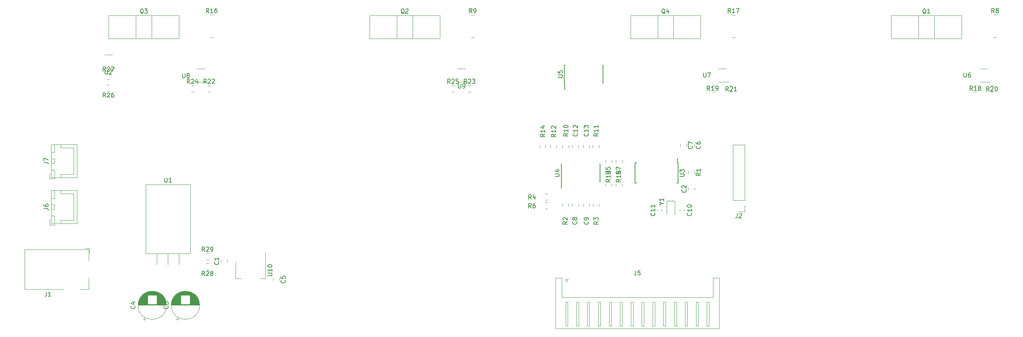
<source format=gto>
G04 #@! TF.GenerationSoftware,KiCad,Pcbnew,(5.0.0)*
G04 #@! TF.CreationDate,2019-07-01T15:33:15-03:00*
G04 #@! TF.ProjectId,dc_load,64635F6C6F61642E6B696361645F7063,rev?*
G04 #@! TF.SameCoordinates,Original*
G04 #@! TF.FileFunction,Legend,Top*
G04 #@! TF.FilePolarity,Positive*
%FSLAX46Y46*%
G04 Gerber Fmt 4.6, Leading zero omitted, Abs format (unit mm)*
G04 Created by KiCad (PCBNEW (5.0.0)) date 07/01/19 15:33:15*
%MOMM*%
%LPD*%
G01*
G04 APERTURE LIST*
%ADD10C,0.120000*%
%ADD11C,0.150000*%
G04 APERTURE END LIST*
D10*
G04 #@! TO.C,R16*
X71138748Y-50246000D02*
X71861252Y-50246000D01*
X71138748Y-45026000D02*
X71861252Y-45026000D01*
G04 #@! TO.C,R17*
X191151248Y-50250000D02*
X191873752Y-50250000D01*
X191151248Y-45030000D02*
X191873752Y-45030000D01*
G04 #@! TO.C,J1*
X43190000Y-99070000D02*
X43190000Y-101670000D01*
X28490000Y-99070000D02*
X43190000Y-99070000D01*
X43190000Y-108270000D02*
X41290000Y-108270000D01*
X43190000Y-105570000D02*
X43190000Y-108270000D01*
X28490000Y-108270000D02*
X28490000Y-99070000D01*
X37290000Y-108270000D02*
X28490000Y-108270000D01*
X42340000Y-98870000D02*
X43390000Y-98870000D01*
X43390000Y-99920000D02*
X43390000Y-98870000D01*
D11*
G04 #@! TO.C,U4*
X151971000Y-83537000D02*
X151971000Y-84912000D01*
X160846000Y-83537000D02*
X160846000Y-79387000D01*
X151946000Y-83537000D02*
X151946000Y-79387000D01*
X160846000Y-83537000D02*
X160731000Y-83537000D01*
X160846000Y-79387000D02*
X160731000Y-79387000D01*
X151946000Y-79387000D02*
X152061000Y-79387000D01*
X151946000Y-83537000D02*
X151971000Y-83537000D01*
D10*
G04 #@! TO.C,R25*
X126754748Y-62752000D02*
X127277252Y-62752000D01*
X126754748Y-61332000D02*
X127277252Y-61332000D01*
G04 #@! TO.C,R24*
X66844748Y-62752000D02*
X67367252Y-62752000D01*
X66844748Y-61332000D02*
X67367252Y-61332000D01*
G04 #@! TO.C,R23*
X130564748Y-62752000D02*
X131087252Y-62752000D01*
X130564748Y-61332000D02*
X131087252Y-61332000D01*
G04 #@! TO.C,R22*
X70654748Y-62752000D02*
X71177252Y-62752000D01*
X70654748Y-61332000D02*
X71177252Y-61332000D01*
G04 #@! TO.C,R21*
X186702748Y-62752000D02*
X187225252Y-62752000D01*
X186702748Y-61332000D02*
X187225252Y-61332000D01*
G04 #@! TO.C,R20*
X246882748Y-62752000D02*
X247405252Y-62752000D01*
X246882748Y-61332000D02*
X247405252Y-61332000D01*
G04 #@! TO.C,R19*
X190512748Y-62752000D02*
X191035252Y-62752000D01*
X190512748Y-61332000D02*
X191035252Y-61332000D01*
G04 #@! TO.C,R18*
X250692748Y-62752000D02*
X251215252Y-62752000D01*
X250692748Y-61332000D02*
X251215252Y-61332000D01*
G04 #@! TO.C,Q1*
X227823016Y-45185000D02*
X243963016Y-45185000D01*
X227823016Y-50456000D02*
X243963016Y-50456000D01*
X227823016Y-45185000D02*
X227823016Y-50456000D01*
X243963016Y-45185000D02*
X243963016Y-50456000D01*
X234089016Y-45185000D02*
X234089016Y-50456000D01*
X237698016Y-45185000D02*
X237698016Y-50456000D01*
G04 #@! TO.C,Q2*
X107823100Y-45185000D02*
X123963100Y-45185000D01*
X107823100Y-50456000D02*
X123963100Y-50456000D01*
X107823100Y-45185000D02*
X107823100Y-50456000D01*
X123963100Y-45185000D02*
X123963100Y-50456000D01*
X114089100Y-45185000D02*
X114089100Y-50456000D01*
X117698100Y-45185000D02*
X117698100Y-50456000D01*
G04 #@! TO.C,Q3*
X57698142Y-45185000D02*
X57698142Y-50456000D01*
X54089142Y-45185000D02*
X54089142Y-50456000D01*
X63963142Y-45185000D02*
X63963142Y-50456000D01*
X47823142Y-45185000D02*
X47823142Y-50456000D01*
X47823142Y-50456000D02*
X63963142Y-50456000D01*
X47823142Y-45185000D02*
X63963142Y-45185000D01*
G04 #@! TO.C,Q4*
X177698058Y-45189000D02*
X177698058Y-50460000D01*
X174089058Y-45189000D02*
X174089058Y-50460000D01*
X183963058Y-45189000D02*
X183963058Y-50460000D01*
X167823058Y-45189000D02*
X167823058Y-50460000D01*
X167823058Y-50460000D02*
X183963058Y-50460000D01*
X167823058Y-45189000D02*
X183963058Y-45189000D01*
D11*
G04 #@! TO.C,U3*
X178811000Y-79137000D02*
X178586000Y-79137000D01*
X178811000Y-83787000D02*
X178486000Y-83787000D01*
X168861000Y-83787000D02*
X169186000Y-83787000D01*
X168861000Y-79137000D02*
X169186000Y-79137000D01*
X178811000Y-79137000D02*
X178811000Y-83787000D01*
X168861000Y-79137000D02*
X168861000Y-83787000D01*
X178586000Y-79137000D02*
X178586000Y-78062000D01*
D10*
G04 #@! TO.C,U6*
X249950000Y-57430000D02*
X248190000Y-57430000D01*
X248190000Y-60500000D02*
X250620000Y-60500000D01*
G04 #@! TO.C,U7*
X188110000Y-60500000D02*
X190540000Y-60500000D01*
X189870000Y-57430000D02*
X188110000Y-57430000D01*
G04 #@! TO.C,U8*
X68140000Y-60500000D02*
X70570000Y-60500000D01*
X69900000Y-57430000D02*
X68140000Y-57430000D01*
G04 #@! TO.C,U9*
X129860000Y-57430000D02*
X128100000Y-57430000D01*
X128100000Y-60500000D02*
X130530000Y-60500000D01*
G04 #@! TO.C,C10*
X179206000Y-90193267D02*
X179206000Y-89850733D01*
X180226000Y-90193267D02*
X180226000Y-89850733D01*
G04 #@! TO.C,C11*
X174966000Y-90193267D02*
X174966000Y-89850733D01*
X173946000Y-90193267D02*
X173946000Y-89850733D01*
G04 #@! TO.C,R1*
X182580000Y-80998748D02*
X182580000Y-81521252D01*
X181160000Y-80998748D02*
X181160000Y-81521252D01*
G04 #@! TO.C,R2*
X152166000Y-88590748D02*
X152166000Y-89113252D01*
X153586000Y-88590748D02*
X153586000Y-89113252D01*
G04 #@! TO.C,R3*
X160616000Y-88590748D02*
X160616000Y-89113252D01*
X159196000Y-88590748D02*
X159196000Y-89113252D01*
G04 #@! TO.C,R4*
X148218748Y-87680000D02*
X148741252Y-87680000D01*
X148218748Y-86260000D02*
X148741252Y-86260000D01*
G04 #@! TO.C,R5*
X163528999Y-83900748D02*
X163528999Y-84423252D01*
X162108999Y-83900748D02*
X162108999Y-84423252D01*
G04 #@! TO.C,R6*
X148218748Y-88260000D02*
X148741252Y-88260000D01*
X148218748Y-89680000D02*
X148741252Y-89680000D01*
G04 #@! TO.C,R7*
X164486000Y-83900748D02*
X164486000Y-84423252D01*
X165906000Y-83900748D02*
X165906000Y-84423252D01*
G04 #@! TO.C,R8*
X251321248Y-45026000D02*
X252043752Y-45026000D01*
X251321248Y-50246000D02*
X252043752Y-50246000D01*
G04 #@! TO.C,R9*
X131161248Y-45050000D02*
X131883752Y-45050000D01*
X131161248Y-50270000D02*
X131883752Y-50270000D01*
G04 #@! TO.C,R10*
X153630000Y-75603252D02*
X153630000Y-75080748D01*
X152210000Y-75603252D02*
X152210000Y-75080748D01*
G04 #@! TO.C,R11*
X160576000Y-75603252D02*
X160576000Y-75080748D01*
X159156000Y-75603252D02*
X159156000Y-75080748D01*
G04 #@! TO.C,R12*
X150826000Y-75080748D02*
X150826000Y-75603252D01*
X149406000Y-75080748D02*
X149406000Y-75603252D01*
G04 #@! TO.C,R13*
X162108999Y-79023252D02*
X162108999Y-78500748D01*
X163528999Y-79023252D02*
X163528999Y-78500748D01*
G04 #@! TO.C,R14*
X146906000Y-75080748D02*
X146906000Y-75603252D01*
X148326000Y-75080748D02*
X148326000Y-75603252D01*
G04 #@! TO.C,R15*
X164486000Y-79023252D02*
X164486000Y-78500748D01*
X165906000Y-79023252D02*
X165906000Y-78500748D01*
G04 #@! TO.C,C8*
X154406000Y-88590748D02*
X154406000Y-89113252D01*
X155826000Y-88590748D02*
X155826000Y-89113252D01*
G04 #@! TO.C,C9*
X156956000Y-88590748D02*
X156956000Y-89113252D01*
X158376000Y-88590748D02*
X158376000Y-89113252D01*
G04 #@! TO.C,C12*
X154416000Y-75603252D02*
X154416000Y-75080748D01*
X155836000Y-75603252D02*
X155836000Y-75080748D01*
G04 #@! TO.C,C13*
X156956000Y-75603252D02*
X156956000Y-75080748D01*
X158376000Y-75603252D02*
X158376000Y-75080748D01*
G04 #@! TO.C,Y1*
X176136000Y-91077000D02*
X176136000Y-87877000D01*
X176136000Y-87877000D02*
X178036000Y-87877000D01*
X178036000Y-87877000D02*
X178036000Y-91077000D01*
X176736000Y-87877000D02*
X176586000Y-87627000D01*
X176586000Y-87627000D02*
X176586000Y-87627000D01*
X177436000Y-87877000D02*
X177586000Y-87627000D01*
X177586000Y-87627000D02*
X177586000Y-87627000D01*
G04 #@! TO.C,U2*
X48630000Y-54237148D02*
X46870000Y-54237148D01*
X46870000Y-57307148D02*
X49300000Y-57307148D01*
G04 #@! TO.C,R26*
X48011252Y-62593574D02*
X47488748Y-62593574D01*
X48011252Y-61173574D02*
X47488748Y-61173574D01*
G04 #@! TO.C,R27*
X47488748Y-59925361D02*
X48011252Y-59925361D01*
X47488748Y-58505361D02*
X48011252Y-58505361D01*
G04 #@! TO.C,C2*
X181151000Y-85378252D02*
X181151000Y-84855748D01*
X182571000Y-85378252D02*
X182571000Y-84855748D01*
G04 #@! TO.C,C1*
X75062000Y-101995252D02*
X75062000Y-101472748D01*
X73642000Y-101995252D02*
X73642000Y-101472748D01*
G04 #@! TO.C,C3*
X63308000Y-115099241D02*
X63938000Y-115099241D01*
X63623000Y-115414241D02*
X63623000Y-114784241D01*
X65060000Y-108673000D02*
X65864000Y-108673000D01*
X64829000Y-108713000D02*
X66095000Y-108713000D01*
X64660000Y-108753000D02*
X66264000Y-108753000D01*
X64522000Y-108793000D02*
X66402000Y-108793000D01*
X64403000Y-108833000D02*
X66521000Y-108833000D01*
X64297000Y-108873000D02*
X66627000Y-108873000D01*
X64200000Y-108913000D02*
X66724000Y-108913000D01*
X64112000Y-108953000D02*
X66812000Y-108953000D01*
X64030000Y-108993000D02*
X66894000Y-108993000D01*
X63953000Y-109033000D02*
X66971000Y-109033000D01*
X63881000Y-109073000D02*
X67043000Y-109073000D01*
X63812000Y-109113000D02*
X67112000Y-109113000D01*
X63748000Y-109153000D02*
X67176000Y-109153000D01*
X63686000Y-109193000D02*
X67238000Y-109193000D01*
X63628000Y-109233000D02*
X67296000Y-109233000D01*
X63572000Y-109273000D02*
X67352000Y-109273000D01*
X63518000Y-109313000D02*
X67406000Y-109313000D01*
X63467000Y-109353000D02*
X67457000Y-109353000D01*
X63418000Y-109393000D02*
X67506000Y-109393000D01*
X63370000Y-109433000D02*
X67554000Y-109433000D01*
X63325000Y-109473000D02*
X67599000Y-109473000D01*
X63280000Y-109513000D02*
X67644000Y-109513000D01*
X63238000Y-109553000D02*
X67686000Y-109553000D01*
X63197000Y-109593000D02*
X67727000Y-109593000D01*
X66502000Y-109633000D02*
X67767000Y-109633000D01*
X63157000Y-109633000D02*
X64422000Y-109633000D01*
X66502000Y-109673000D02*
X67805000Y-109673000D01*
X63119000Y-109673000D02*
X64422000Y-109673000D01*
X66502000Y-109713000D02*
X67842000Y-109713000D01*
X63082000Y-109713000D02*
X64422000Y-109713000D01*
X66502000Y-109753000D02*
X67878000Y-109753000D01*
X63046000Y-109753000D02*
X64422000Y-109753000D01*
X66502000Y-109793000D02*
X67912000Y-109793000D01*
X63012000Y-109793000D02*
X64422000Y-109793000D01*
X66502000Y-109833000D02*
X67946000Y-109833000D01*
X62978000Y-109833000D02*
X64422000Y-109833000D01*
X66502000Y-109873000D02*
X67978000Y-109873000D01*
X62946000Y-109873000D02*
X64422000Y-109873000D01*
X66502000Y-109913000D02*
X68010000Y-109913000D01*
X62914000Y-109913000D02*
X64422000Y-109913000D01*
X66502000Y-109953000D02*
X68040000Y-109953000D01*
X62884000Y-109953000D02*
X64422000Y-109953000D01*
X66502000Y-109993000D02*
X68069000Y-109993000D01*
X62855000Y-109993000D02*
X64422000Y-109993000D01*
X66502000Y-110033000D02*
X68098000Y-110033000D01*
X62826000Y-110033000D02*
X64422000Y-110033000D01*
X66502000Y-110073000D02*
X68126000Y-110073000D01*
X62798000Y-110073000D02*
X64422000Y-110073000D01*
X66502000Y-110113000D02*
X68152000Y-110113000D01*
X62772000Y-110113000D02*
X64422000Y-110113000D01*
X66502000Y-110153000D02*
X68178000Y-110153000D01*
X62746000Y-110153000D02*
X64422000Y-110153000D01*
X66502000Y-110193000D02*
X68204000Y-110193000D01*
X62720000Y-110193000D02*
X64422000Y-110193000D01*
X66502000Y-110233000D02*
X68228000Y-110233000D01*
X62696000Y-110233000D02*
X64422000Y-110233000D01*
X66502000Y-110273000D02*
X68252000Y-110273000D01*
X62672000Y-110273000D02*
X64422000Y-110273000D01*
X66502000Y-110313000D02*
X68274000Y-110313000D01*
X62650000Y-110313000D02*
X64422000Y-110313000D01*
X66502000Y-110353000D02*
X68296000Y-110353000D01*
X62628000Y-110353000D02*
X64422000Y-110353000D01*
X66502000Y-110393000D02*
X68318000Y-110393000D01*
X62606000Y-110393000D02*
X64422000Y-110393000D01*
X66502000Y-110433000D02*
X68338000Y-110433000D01*
X62586000Y-110433000D02*
X64422000Y-110433000D01*
X66502000Y-110473000D02*
X68358000Y-110473000D01*
X62566000Y-110473000D02*
X64422000Y-110473000D01*
X66502000Y-110513000D02*
X68378000Y-110513000D01*
X62546000Y-110513000D02*
X64422000Y-110513000D01*
X66502000Y-110553000D02*
X68396000Y-110553000D01*
X62528000Y-110553000D02*
X64422000Y-110553000D01*
X66502000Y-110593000D02*
X68414000Y-110593000D01*
X62510000Y-110593000D02*
X64422000Y-110593000D01*
X66502000Y-110633000D02*
X68432000Y-110633000D01*
X62492000Y-110633000D02*
X64422000Y-110633000D01*
X66502000Y-110673000D02*
X68448000Y-110673000D01*
X62476000Y-110673000D02*
X64422000Y-110673000D01*
X66502000Y-110713000D02*
X68464000Y-110713000D01*
X62460000Y-110713000D02*
X64422000Y-110713000D01*
X66502000Y-110753000D02*
X68480000Y-110753000D01*
X62444000Y-110753000D02*
X64422000Y-110753000D01*
X66502000Y-110793000D02*
X68495000Y-110793000D01*
X62429000Y-110793000D02*
X64422000Y-110793000D01*
X66502000Y-110833000D02*
X68509000Y-110833000D01*
X62415000Y-110833000D02*
X64422000Y-110833000D01*
X66502000Y-110873000D02*
X68523000Y-110873000D01*
X62401000Y-110873000D02*
X64422000Y-110873000D01*
X66502000Y-110913000D02*
X68536000Y-110913000D01*
X62388000Y-110913000D02*
X64422000Y-110913000D01*
X66502000Y-110953000D02*
X68548000Y-110953000D01*
X62376000Y-110953000D02*
X64422000Y-110953000D01*
X66502000Y-110993000D02*
X68560000Y-110993000D01*
X62364000Y-110993000D02*
X64422000Y-110993000D01*
X66502000Y-111033000D02*
X68572000Y-111033000D01*
X62352000Y-111033000D02*
X64422000Y-111033000D01*
X66502000Y-111073000D02*
X68583000Y-111073000D01*
X62341000Y-111073000D02*
X64422000Y-111073000D01*
X66502000Y-111113000D02*
X68593000Y-111113000D01*
X62331000Y-111113000D02*
X64422000Y-111113000D01*
X66502000Y-111153000D02*
X68603000Y-111153000D01*
X62321000Y-111153000D02*
X64422000Y-111153000D01*
X66502000Y-111193000D02*
X68612000Y-111193000D01*
X62312000Y-111193000D02*
X64422000Y-111193000D01*
X66502000Y-111234000D02*
X68621000Y-111234000D01*
X62303000Y-111234000D02*
X64422000Y-111234000D01*
X66502000Y-111274000D02*
X68629000Y-111274000D01*
X62295000Y-111274000D02*
X64422000Y-111274000D01*
X66502000Y-111314000D02*
X68637000Y-111314000D01*
X62287000Y-111314000D02*
X64422000Y-111314000D01*
X66502000Y-111354000D02*
X68644000Y-111354000D01*
X62280000Y-111354000D02*
X64422000Y-111354000D01*
X66502000Y-111394000D02*
X68651000Y-111394000D01*
X62273000Y-111394000D02*
X64422000Y-111394000D01*
X66502000Y-111434000D02*
X68657000Y-111434000D01*
X62267000Y-111434000D02*
X64422000Y-111434000D01*
X66502000Y-111474000D02*
X68663000Y-111474000D01*
X62261000Y-111474000D02*
X64422000Y-111474000D01*
X66502000Y-111514000D02*
X68668000Y-111514000D01*
X62256000Y-111514000D02*
X64422000Y-111514000D01*
X66502000Y-111554000D02*
X68673000Y-111554000D01*
X62251000Y-111554000D02*
X64422000Y-111554000D01*
X66502000Y-111594000D02*
X68677000Y-111594000D01*
X62247000Y-111594000D02*
X64422000Y-111594000D01*
X66502000Y-111634000D02*
X68680000Y-111634000D01*
X62244000Y-111634000D02*
X64422000Y-111634000D01*
X66502000Y-111674000D02*
X68684000Y-111674000D01*
X62240000Y-111674000D02*
X64422000Y-111674000D01*
X62238000Y-111714000D02*
X68686000Y-111714000D01*
X62235000Y-111754000D02*
X68689000Y-111754000D01*
X62234000Y-111794000D02*
X68690000Y-111794000D01*
X62232000Y-111834000D02*
X68692000Y-111834000D01*
X62232000Y-111874000D02*
X68692000Y-111874000D01*
X62232000Y-111914000D02*
X68692000Y-111914000D01*
X68732000Y-111914000D02*
G75*
G03X68732000Y-111914000I-3270000J0D01*
G01*
G04 #@! TO.C,C4*
X61112000Y-111914000D02*
G75*
G03X61112000Y-111914000I-3270000J0D01*
G01*
X54612000Y-111914000D02*
X61072000Y-111914000D01*
X54612000Y-111874000D02*
X61072000Y-111874000D01*
X54612000Y-111834000D02*
X61072000Y-111834000D01*
X54614000Y-111794000D02*
X61070000Y-111794000D01*
X54615000Y-111754000D02*
X61069000Y-111754000D01*
X54618000Y-111714000D02*
X61066000Y-111714000D01*
X54620000Y-111674000D02*
X56802000Y-111674000D01*
X58882000Y-111674000D02*
X61064000Y-111674000D01*
X54624000Y-111634000D02*
X56802000Y-111634000D01*
X58882000Y-111634000D02*
X61060000Y-111634000D01*
X54627000Y-111594000D02*
X56802000Y-111594000D01*
X58882000Y-111594000D02*
X61057000Y-111594000D01*
X54631000Y-111554000D02*
X56802000Y-111554000D01*
X58882000Y-111554000D02*
X61053000Y-111554000D01*
X54636000Y-111514000D02*
X56802000Y-111514000D01*
X58882000Y-111514000D02*
X61048000Y-111514000D01*
X54641000Y-111474000D02*
X56802000Y-111474000D01*
X58882000Y-111474000D02*
X61043000Y-111474000D01*
X54647000Y-111434000D02*
X56802000Y-111434000D01*
X58882000Y-111434000D02*
X61037000Y-111434000D01*
X54653000Y-111394000D02*
X56802000Y-111394000D01*
X58882000Y-111394000D02*
X61031000Y-111394000D01*
X54660000Y-111354000D02*
X56802000Y-111354000D01*
X58882000Y-111354000D02*
X61024000Y-111354000D01*
X54667000Y-111314000D02*
X56802000Y-111314000D01*
X58882000Y-111314000D02*
X61017000Y-111314000D01*
X54675000Y-111274000D02*
X56802000Y-111274000D01*
X58882000Y-111274000D02*
X61009000Y-111274000D01*
X54683000Y-111234000D02*
X56802000Y-111234000D01*
X58882000Y-111234000D02*
X61001000Y-111234000D01*
X54692000Y-111193000D02*
X56802000Y-111193000D01*
X58882000Y-111193000D02*
X60992000Y-111193000D01*
X54701000Y-111153000D02*
X56802000Y-111153000D01*
X58882000Y-111153000D02*
X60983000Y-111153000D01*
X54711000Y-111113000D02*
X56802000Y-111113000D01*
X58882000Y-111113000D02*
X60973000Y-111113000D01*
X54721000Y-111073000D02*
X56802000Y-111073000D01*
X58882000Y-111073000D02*
X60963000Y-111073000D01*
X54732000Y-111033000D02*
X56802000Y-111033000D01*
X58882000Y-111033000D02*
X60952000Y-111033000D01*
X54744000Y-110993000D02*
X56802000Y-110993000D01*
X58882000Y-110993000D02*
X60940000Y-110993000D01*
X54756000Y-110953000D02*
X56802000Y-110953000D01*
X58882000Y-110953000D02*
X60928000Y-110953000D01*
X54768000Y-110913000D02*
X56802000Y-110913000D01*
X58882000Y-110913000D02*
X60916000Y-110913000D01*
X54781000Y-110873000D02*
X56802000Y-110873000D01*
X58882000Y-110873000D02*
X60903000Y-110873000D01*
X54795000Y-110833000D02*
X56802000Y-110833000D01*
X58882000Y-110833000D02*
X60889000Y-110833000D01*
X54809000Y-110793000D02*
X56802000Y-110793000D01*
X58882000Y-110793000D02*
X60875000Y-110793000D01*
X54824000Y-110753000D02*
X56802000Y-110753000D01*
X58882000Y-110753000D02*
X60860000Y-110753000D01*
X54840000Y-110713000D02*
X56802000Y-110713000D01*
X58882000Y-110713000D02*
X60844000Y-110713000D01*
X54856000Y-110673000D02*
X56802000Y-110673000D01*
X58882000Y-110673000D02*
X60828000Y-110673000D01*
X54872000Y-110633000D02*
X56802000Y-110633000D01*
X58882000Y-110633000D02*
X60812000Y-110633000D01*
X54890000Y-110593000D02*
X56802000Y-110593000D01*
X58882000Y-110593000D02*
X60794000Y-110593000D01*
X54908000Y-110553000D02*
X56802000Y-110553000D01*
X58882000Y-110553000D02*
X60776000Y-110553000D01*
X54926000Y-110513000D02*
X56802000Y-110513000D01*
X58882000Y-110513000D02*
X60758000Y-110513000D01*
X54946000Y-110473000D02*
X56802000Y-110473000D01*
X58882000Y-110473000D02*
X60738000Y-110473000D01*
X54966000Y-110433000D02*
X56802000Y-110433000D01*
X58882000Y-110433000D02*
X60718000Y-110433000D01*
X54986000Y-110393000D02*
X56802000Y-110393000D01*
X58882000Y-110393000D02*
X60698000Y-110393000D01*
X55008000Y-110353000D02*
X56802000Y-110353000D01*
X58882000Y-110353000D02*
X60676000Y-110353000D01*
X55030000Y-110313000D02*
X56802000Y-110313000D01*
X58882000Y-110313000D02*
X60654000Y-110313000D01*
X55052000Y-110273000D02*
X56802000Y-110273000D01*
X58882000Y-110273000D02*
X60632000Y-110273000D01*
X55076000Y-110233000D02*
X56802000Y-110233000D01*
X58882000Y-110233000D02*
X60608000Y-110233000D01*
X55100000Y-110193000D02*
X56802000Y-110193000D01*
X58882000Y-110193000D02*
X60584000Y-110193000D01*
X55126000Y-110153000D02*
X56802000Y-110153000D01*
X58882000Y-110153000D02*
X60558000Y-110153000D01*
X55152000Y-110113000D02*
X56802000Y-110113000D01*
X58882000Y-110113000D02*
X60532000Y-110113000D01*
X55178000Y-110073000D02*
X56802000Y-110073000D01*
X58882000Y-110073000D02*
X60506000Y-110073000D01*
X55206000Y-110033000D02*
X56802000Y-110033000D01*
X58882000Y-110033000D02*
X60478000Y-110033000D01*
X55235000Y-109993000D02*
X56802000Y-109993000D01*
X58882000Y-109993000D02*
X60449000Y-109993000D01*
X55264000Y-109953000D02*
X56802000Y-109953000D01*
X58882000Y-109953000D02*
X60420000Y-109953000D01*
X55294000Y-109913000D02*
X56802000Y-109913000D01*
X58882000Y-109913000D02*
X60390000Y-109913000D01*
X55326000Y-109873000D02*
X56802000Y-109873000D01*
X58882000Y-109873000D02*
X60358000Y-109873000D01*
X55358000Y-109833000D02*
X56802000Y-109833000D01*
X58882000Y-109833000D02*
X60326000Y-109833000D01*
X55392000Y-109793000D02*
X56802000Y-109793000D01*
X58882000Y-109793000D02*
X60292000Y-109793000D01*
X55426000Y-109753000D02*
X56802000Y-109753000D01*
X58882000Y-109753000D02*
X60258000Y-109753000D01*
X55462000Y-109713000D02*
X56802000Y-109713000D01*
X58882000Y-109713000D02*
X60222000Y-109713000D01*
X55499000Y-109673000D02*
X56802000Y-109673000D01*
X58882000Y-109673000D02*
X60185000Y-109673000D01*
X55537000Y-109633000D02*
X56802000Y-109633000D01*
X58882000Y-109633000D02*
X60147000Y-109633000D01*
X55577000Y-109593000D02*
X60107000Y-109593000D01*
X55618000Y-109553000D02*
X60066000Y-109553000D01*
X55660000Y-109513000D02*
X60024000Y-109513000D01*
X55705000Y-109473000D02*
X59979000Y-109473000D01*
X55750000Y-109433000D02*
X59934000Y-109433000D01*
X55798000Y-109393000D02*
X59886000Y-109393000D01*
X55847000Y-109353000D02*
X59837000Y-109353000D01*
X55898000Y-109313000D02*
X59786000Y-109313000D01*
X55952000Y-109273000D02*
X59732000Y-109273000D01*
X56008000Y-109233000D02*
X59676000Y-109233000D01*
X56066000Y-109193000D02*
X59618000Y-109193000D01*
X56128000Y-109153000D02*
X59556000Y-109153000D01*
X56192000Y-109113000D02*
X59492000Y-109113000D01*
X56261000Y-109073000D02*
X59423000Y-109073000D01*
X56333000Y-109033000D02*
X59351000Y-109033000D01*
X56410000Y-108993000D02*
X59274000Y-108993000D01*
X56492000Y-108953000D02*
X59192000Y-108953000D01*
X56580000Y-108913000D02*
X59104000Y-108913000D01*
X56677000Y-108873000D02*
X59007000Y-108873000D01*
X56783000Y-108833000D02*
X58901000Y-108833000D01*
X56902000Y-108793000D02*
X58782000Y-108793000D01*
X57040000Y-108753000D02*
X58644000Y-108753000D01*
X57209000Y-108713000D02*
X58475000Y-108713000D01*
X57440000Y-108673000D02*
X58244000Y-108673000D01*
X56003000Y-115414241D02*
X56003000Y-114784241D01*
X55688000Y-115099241D02*
X56318000Y-115099241D01*
G04 #@! TO.C,C5*
X87060000Y-105718748D02*
X87060000Y-106241252D01*
X85640000Y-105718748D02*
X85640000Y-106241252D01*
G04 #@! TO.C,R28*
X70803252Y-102294000D02*
X70280748Y-102294000D01*
X70803252Y-103714000D02*
X70280748Y-103714000D01*
G04 #@! TO.C,R29*
X70280748Y-100008000D02*
X70803252Y-100008000D01*
X70280748Y-101428000D02*
X70803252Y-101428000D01*
G04 #@! TO.C,U1*
X56348000Y-99993000D02*
X66588000Y-99993000D01*
X56348000Y-84103000D02*
X66588000Y-84103000D01*
X56348000Y-84103000D02*
X56348000Y-99993000D01*
X66588000Y-84103000D02*
X66588000Y-99993000D01*
X58928000Y-99993000D02*
X58928000Y-102533000D01*
X61468000Y-99993000D02*
X61468000Y-102533000D01*
X64008000Y-99993000D02*
X64008000Y-102533000D01*
G04 #@! TO.C,U10*
X77038000Y-105778000D02*
X78298000Y-105778000D01*
X83858000Y-105778000D02*
X82598000Y-105778000D01*
X77038000Y-102018000D02*
X77038000Y-105778000D01*
X83858000Y-99768000D02*
X83858000Y-105778000D01*
G04 #@! TO.C,C6*
X181110000Y-74778748D02*
X181110000Y-75301252D01*
X182530000Y-74778748D02*
X182530000Y-75301252D01*
G04 #@! TO.C,C7*
X180720000Y-74778748D02*
X180720000Y-75301252D01*
X179300000Y-74778748D02*
X179300000Y-75301252D01*
G04 #@! TO.C,J5*
X169420000Y-117330000D02*
X150610000Y-117330000D01*
X150610000Y-117330000D02*
X150610000Y-105610000D01*
X150610000Y-105610000D02*
X152030000Y-105610000D01*
X152030000Y-105610000D02*
X152030000Y-110110000D01*
X152030000Y-110110000D02*
X169420000Y-110110000D01*
X169420000Y-117330000D02*
X188230000Y-117330000D01*
X188230000Y-117330000D02*
X188230000Y-105610000D01*
X188230000Y-105610000D02*
X186810000Y-105610000D01*
X186810000Y-105610000D02*
X186810000Y-110110000D01*
X186810000Y-110110000D02*
X169420000Y-110110000D01*
X152920000Y-111220000D02*
X152920000Y-116720000D01*
X152920000Y-116720000D02*
X153420000Y-116720000D01*
X153420000Y-116720000D02*
X153420000Y-111220000D01*
X153420000Y-111220000D02*
X152920000Y-111220000D01*
X155420000Y-111220000D02*
X155420000Y-116720000D01*
X155420000Y-116720000D02*
X155920000Y-116720000D01*
X155920000Y-116720000D02*
X155920000Y-111220000D01*
X155920000Y-111220000D02*
X155420000Y-111220000D01*
X157920000Y-111220000D02*
X157920000Y-116720000D01*
X157920000Y-116720000D02*
X158420000Y-116720000D01*
X158420000Y-116720000D02*
X158420000Y-111220000D01*
X158420000Y-111220000D02*
X157920000Y-111220000D01*
X160420000Y-111220000D02*
X160420000Y-116720000D01*
X160420000Y-116720000D02*
X160920000Y-116720000D01*
X160920000Y-116720000D02*
X160920000Y-111220000D01*
X160920000Y-111220000D02*
X160420000Y-111220000D01*
X162920000Y-111220000D02*
X162920000Y-116720000D01*
X162920000Y-116720000D02*
X163420000Y-116720000D01*
X163420000Y-116720000D02*
X163420000Y-111220000D01*
X163420000Y-111220000D02*
X162920000Y-111220000D01*
X165420000Y-111220000D02*
X165420000Y-116720000D01*
X165420000Y-116720000D02*
X165920000Y-116720000D01*
X165920000Y-116720000D02*
X165920000Y-111220000D01*
X165920000Y-111220000D02*
X165420000Y-111220000D01*
X167920000Y-111220000D02*
X167920000Y-116720000D01*
X167920000Y-116720000D02*
X168420000Y-116720000D01*
X168420000Y-116720000D02*
X168420000Y-111220000D01*
X168420000Y-111220000D02*
X167920000Y-111220000D01*
X170420000Y-111220000D02*
X170420000Y-116720000D01*
X170420000Y-116720000D02*
X170920000Y-116720000D01*
X170920000Y-116720000D02*
X170920000Y-111220000D01*
X170920000Y-111220000D02*
X170420000Y-111220000D01*
X172920000Y-111220000D02*
X172920000Y-116720000D01*
X172920000Y-116720000D02*
X173420000Y-116720000D01*
X173420000Y-116720000D02*
X173420000Y-111220000D01*
X173420000Y-111220000D02*
X172920000Y-111220000D01*
X175420000Y-111220000D02*
X175420000Y-116720000D01*
X175420000Y-116720000D02*
X175920000Y-116720000D01*
X175920000Y-116720000D02*
X175920000Y-111220000D01*
X175920000Y-111220000D02*
X175420000Y-111220000D01*
X177920000Y-111220000D02*
X177920000Y-116720000D01*
X177920000Y-116720000D02*
X178420000Y-116720000D01*
X178420000Y-116720000D02*
X178420000Y-111220000D01*
X178420000Y-111220000D02*
X177920000Y-111220000D01*
X180420000Y-111220000D02*
X180420000Y-116720000D01*
X180420000Y-116720000D02*
X180920000Y-116720000D01*
X180920000Y-116720000D02*
X180920000Y-111220000D01*
X180920000Y-111220000D02*
X180420000Y-111220000D01*
X182920000Y-111220000D02*
X182920000Y-116720000D01*
X182920000Y-116720000D02*
X183420000Y-116720000D01*
X183420000Y-116720000D02*
X183420000Y-111220000D01*
X183420000Y-111220000D02*
X182920000Y-111220000D01*
X185420000Y-111220000D02*
X185420000Y-116720000D01*
X185420000Y-116720000D02*
X185920000Y-116720000D01*
X185920000Y-116720000D02*
X185920000Y-111220000D01*
X185920000Y-111220000D02*
X185420000Y-111220000D01*
X153170000Y-106520000D02*
X152870000Y-105920000D01*
X152870000Y-105920000D02*
X153470000Y-105920000D01*
X153470000Y-105920000D02*
X153170000Y-106520000D01*
G04 #@! TO.C,J6*
X34560000Y-93090000D02*
X40530000Y-93090000D01*
X40530000Y-93090000D02*
X40530000Y-85470000D01*
X40530000Y-85470000D02*
X34560000Y-85470000D01*
X34560000Y-85470000D02*
X34560000Y-93090000D01*
X34570000Y-89780000D02*
X35320000Y-89780000D01*
X35320000Y-89780000D02*
X35320000Y-88780000D01*
X35320000Y-88780000D02*
X34570000Y-88780000D01*
X34570000Y-88780000D02*
X34570000Y-89780000D01*
X34570000Y-93080000D02*
X35320000Y-93080000D01*
X35320000Y-93080000D02*
X35320000Y-91280000D01*
X35320000Y-91280000D02*
X34570000Y-91280000D01*
X34570000Y-91280000D02*
X34570000Y-93080000D01*
X34570000Y-87280000D02*
X35320000Y-87280000D01*
X35320000Y-87280000D02*
X35320000Y-85480000D01*
X35320000Y-85480000D02*
X34570000Y-85480000D01*
X34570000Y-85480000D02*
X34570000Y-87280000D01*
X36820000Y-93080000D02*
X36820000Y-92330000D01*
X36820000Y-92330000D02*
X39770000Y-92330000D01*
X39770000Y-92330000D02*
X39770000Y-89280000D01*
X36820000Y-85480000D02*
X36820000Y-86230000D01*
X36820000Y-86230000D02*
X39770000Y-86230000D01*
X39770000Y-86230000D02*
X39770000Y-89280000D01*
X34270000Y-92130000D02*
X34270000Y-93380000D01*
X34270000Y-93380000D02*
X35520000Y-93380000D01*
G04 #@! TO.C,J7*
X34270000Y-82780000D02*
X35520000Y-82780000D01*
X34270000Y-81530000D02*
X34270000Y-82780000D01*
X39770000Y-75630000D02*
X39770000Y-78680000D01*
X36820000Y-75630000D02*
X39770000Y-75630000D01*
X36820000Y-74880000D02*
X36820000Y-75630000D01*
X39770000Y-81730000D02*
X39770000Y-78680000D01*
X36820000Y-81730000D02*
X39770000Y-81730000D01*
X36820000Y-82480000D02*
X36820000Y-81730000D01*
X34570000Y-74880000D02*
X34570000Y-76680000D01*
X35320000Y-74880000D02*
X34570000Y-74880000D01*
X35320000Y-76680000D02*
X35320000Y-74880000D01*
X34570000Y-76680000D02*
X35320000Y-76680000D01*
X34570000Y-80680000D02*
X34570000Y-82480000D01*
X35320000Y-80680000D02*
X34570000Y-80680000D01*
X35320000Y-82480000D02*
X35320000Y-80680000D01*
X34570000Y-82480000D02*
X35320000Y-82480000D01*
X34570000Y-78180000D02*
X34570000Y-79180000D01*
X35320000Y-78180000D02*
X34570000Y-78180000D01*
X35320000Y-79180000D02*
X35320000Y-78180000D01*
X34570000Y-79180000D02*
X35320000Y-79180000D01*
X34560000Y-74870000D02*
X34560000Y-82490000D01*
X40530000Y-74870000D02*
X34560000Y-74870000D01*
X40530000Y-82490000D02*
X40530000Y-74870000D01*
X34560000Y-82490000D02*
X40530000Y-82490000D01*
D11*
G04 #@! TO.C,U5*
X152650000Y-60765000D02*
X152675000Y-60765000D01*
X152650000Y-56615000D02*
X152765000Y-56615000D01*
X161550000Y-56615000D02*
X161435000Y-56615000D01*
X161550000Y-60765000D02*
X161435000Y-60765000D01*
X152650000Y-60765000D02*
X152650000Y-56615000D01*
X161550000Y-60765000D02*
X161550000Y-56615000D01*
X152675000Y-60765000D02*
X152675000Y-62140000D01*
D10*
G04 #@! TO.C,J2*
X194070000Y-74980000D02*
X191410000Y-74980000D01*
X194070000Y-87740000D02*
X194070000Y-74980000D01*
X191410000Y-87740000D02*
X191410000Y-74980000D01*
X194070000Y-87740000D02*
X191410000Y-87740000D01*
X194070000Y-89010000D02*
X194070000Y-90340000D01*
X194070000Y-90340000D02*
X192740000Y-90340000D01*
G04 #@! TO.C,R16*
D11*
X70857142Y-44538380D02*
X70523809Y-44062190D01*
X70285714Y-44538380D02*
X70285714Y-43538380D01*
X70666666Y-43538380D01*
X70761904Y-43586000D01*
X70809523Y-43633619D01*
X70857142Y-43728857D01*
X70857142Y-43871714D01*
X70809523Y-43966952D01*
X70761904Y-44014571D01*
X70666666Y-44062190D01*
X70285714Y-44062190D01*
X71809523Y-44538380D02*
X71238095Y-44538380D01*
X71523809Y-44538380D02*
X71523809Y-43538380D01*
X71428571Y-43681238D01*
X71333333Y-43776476D01*
X71238095Y-43824095D01*
X72666666Y-43538380D02*
X72476190Y-43538380D01*
X72380952Y-43586000D01*
X72333333Y-43633619D01*
X72238095Y-43776476D01*
X72190476Y-43966952D01*
X72190476Y-44347904D01*
X72238095Y-44443142D01*
X72285714Y-44490761D01*
X72380952Y-44538380D01*
X72571428Y-44538380D01*
X72666666Y-44490761D01*
X72714285Y-44443142D01*
X72761904Y-44347904D01*
X72761904Y-44109809D01*
X72714285Y-44014571D01*
X72666666Y-43966952D01*
X72571428Y-43919333D01*
X72380952Y-43919333D01*
X72285714Y-43966952D01*
X72238095Y-44014571D01*
X72190476Y-44109809D01*
G04 #@! TO.C,R17*
X190869642Y-44542380D02*
X190536309Y-44066190D01*
X190298214Y-44542380D02*
X190298214Y-43542380D01*
X190679166Y-43542380D01*
X190774404Y-43590000D01*
X190822023Y-43637619D01*
X190869642Y-43732857D01*
X190869642Y-43875714D01*
X190822023Y-43970952D01*
X190774404Y-44018571D01*
X190679166Y-44066190D01*
X190298214Y-44066190D01*
X191822023Y-44542380D02*
X191250595Y-44542380D01*
X191536309Y-44542380D02*
X191536309Y-43542380D01*
X191441071Y-43685238D01*
X191345833Y-43780476D01*
X191250595Y-43828095D01*
X192155357Y-43542380D02*
X192822023Y-43542380D01*
X192393452Y-44542380D01*
G04 #@! TO.C,J1*
X33506666Y-108872380D02*
X33506666Y-109586666D01*
X33459047Y-109729523D01*
X33363809Y-109824761D01*
X33220952Y-109872380D01*
X33125714Y-109872380D01*
X34506666Y-109872380D02*
X33935238Y-109872380D01*
X34220952Y-109872380D02*
X34220952Y-108872380D01*
X34125714Y-109015238D01*
X34030476Y-109110476D01*
X33935238Y-109158095D01*
G04 #@! TO.C,U4*
X150473380Y-82223904D02*
X151282904Y-82223904D01*
X151378142Y-82176285D01*
X151425761Y-82128666D01*
X151473380Y-82033428D01*
X151473380Y-81842952D01*
X151425761Y-81747714D01*
X151378142Y-81700095D01*
X151282904Y-81652476D01*
X150473380Y-81652476D01*
X150806714Y-80747714D02*
X151473380Y-80747714D01*
X150425761Y-80985809D02*
X151140047Y-81223904D01*
X151140047Y-80604857D01*
G04 #@! TO.C,R25*
X126373142Y-60844380D02*
X126039809Y-60368190D01*
X125801714Y-60844380D02*
X125801714Y-59844380D01*
X126182666Y-59844380D01*
X126277904Y-59892000D01*
X126325523Y-59939619D01*
X126373142Y-60034857D01*
X126373142Y-60177714D01*
X126325523Y-60272952D01*
X126277904Y-60320571D01*
X126182666Y-60368190D01*
X125801714Y-60368190D01*
X126754095Y-59939619D02*
X126801714Y-59892000D01*
X126896952Y-59844380D01*
X127135047Y-59844380D01*
X127230285Y-59892000D01*
X127277904Y-59939619D01*
X127325523Y-60034857D01*
X127325523Y-60130095D01*
X127277904Y-60272952D01*
X126706476Y-60844380D01*
X127325523Y-60844380D01*
X128230285Y-59844380D02*
X127754095Y-59844380D01*
X127706476Y-60320571D01*
X127754095Y-60272952D01*
X127849333Y-60225333D01*
X128087428Y-60225333D01*
X128182666Y-60272952D01*
X128230285Y-60320571D01*
X128277904Y-60415809D01*
X128277904Y-60653904D01*
X128230285Y-60749142D01*
X128182666Y-60796761D01*
X128087428Y-60844380D01*
X127849333Y-60844380D01*
X127754095Y-60796761D01*
X127706476Y-60749142D01*
G04 #@! TO.C,R24*
X66463142Y-60844380D02*
X66129809Y-60368190D01*
X65891714Y-60844380D02*
X65891714Y-59844380D01*
X66272666Y-59844380D01*
X66367904Y-59892000D01*
X66415523Y-59939619D01*
X66463142Y-60034857D01*
X66463142Y-60177714D01*
X66415523Y-60272952D01*
X66367904Y-60320571D01*
X66272666Y-60368190D01*
X65891714Y-60368190D01*
X66844095Y-59939619D02*
X66891714Y-59892000D01*
X66986952Y-59844380D01*
X67225047Y-59844380D01*
X67320285Y-59892000D01*
X67367904Y-59939619D01*
X67415523Y-60034857D01*
X67415523Y-60130095D01*
X67367904Y-60272952D01*
X66796476Y-60844380D01*
X67415523Y-60844380D01*
X68272666Y-60177714D02*
X68272666Y-60844380D01*
X68034571Y-59796761D02*
X67796476Y-60511047D01*
X68415523Y-60511047D01*
G04 #@! TO.C,R23*
X130183142Y-60844380D02*
X129849809Y-60368190D01*
X129611714Y-60844380D02*
X129611714Y-59844380D01*
X129992666Y-59844380D01*
X130087904Y-59892000D01*
X130135523Y-59939619D01*
X130183142Y-60034857D01*
X130183142Y-60177714D01*
X130135523Y-60272952D01*
X130087904Y-60320571D01*
X129992666Y-60368190D01*
X129611714Y-60368190D01*
X130564095Y-59939619D02*
X130611714Y-59892000D01*
X130706952Y-59844380D01*
X130945047Y-59844380D01*
X131040285Y-59892000D01*
X131087904Y-59939619D01*
X131135523Y-60034857D01*
X131135523Y-60130095D01*
X131087904Y-60272952D01*
X130516476Y-60844380D01*
X131135523Y-60844380D01*
X131468857Y-59844380D02*
X132087904Y-59844380D01*
X131754571Y-60225333D01*
X131897428Y-60225333D01*
X131992666Y-60272952D01*
X132040285Y-60320571D01*
X132087904Y-60415809D01*
X132087904Y-60653904D01*
X132040285Y-60749142D01*
X131992666Y-60796761D01*
X131897428Y-60844380D01*
X131611714Y-60844380D01*
X131516476Y-60796761D01*
X131468857Y-60749142D01*
G04 #@! TO.C,R22*
X70273142Y-60844380D02*
X69939809Y-60368190D01*
X69701714Y-60844380D02*
X69701714Y-59844380D01*
X70082666Y-59844380D01*
X70177904Y-59892000D01*
X70225523Y-59939619D01*
X70273142Y-60034857D01*
X70273142Y-60177714D01*
X70225523Y-60272952D01*
X70177904Y-60320571D01*
X70082666Y-60368190D01*
X69701714Y-60368190D01*
X70654095Y-59939619D02*
X70701714Y-59892000D01*
X70796952Y-59844380D01*
X71035047Y-59844380D01*
X71130285Y-59892000D01*
X71177904Y-59939619D01*
X71225523Y-60034857D01*
X71225523Y-60130095D01*
X71177904Y-60272952D01*
X70606476Y-60844380D01*
X71225523Y-60844380D01*
X71606476Y-59939619D02*
X71654095Y-59892000D01*
X71749333Y-59844380D01*
X71987428Y-59844380D01*
X72082666Y-59892000D01*
X72130285Y-59939619D01*
X72177904Y-60034857D01*
X72177904Y-60130095D01*
X72130285Y-60272952D01*
X71558857Y-60844380D01*
X72177904Y-60844380D01*
G04 #@! TO.C,R21*
X190381142Y-62561880D02*
X190047809Y-62085690D01*
X189809714Y-62561880D02*
X189809714Y-61561880D01*
X190190666Y-61561880D01*
X190285904Y-61609500D01*
X190333523Y-61657119D01*
X190381142Y-61752357D01*
X190381142Y-61895214D01*
X190333523Y-61990452D01*
X190285904Y-62038071D01*
X190190666Y-62085690D01*
X189809714Y-62085690D01*
X190762095Y-61657119D02*
X190809714Y-61609500D01*
X190904952Y-61561880D01*
X191143047Y-61561880D01*
X191238285Y-61609500D01*
X191285904Y-61657119D01*
X191333523Y-61752357D01*
X191333523Y-61847595D01*
X191285904Y-61990452D01*
X190714476Y-62561880D01*
X191333523Y-62561880D01*
X192285904Y-62561880D02*
X191714476Y-62561880D01*
X192000190Y-62561880D02*
X192000190Y-61561880D01*
X191904952Y-61704738D01*
X191809714Y-61799976D01*
X191714476Y-61847595D01*
G04 #@! TO.C,R20*
X250311142Y-62561880D02*
X249977809Y-62085690D01*
X249739714Y-62561880D02*
X249739714Y-61561880D01*
X250120666Y-61561880D01*
X250215904Y-61609500D01*
X250263523Y-61657119D01*
X250311142Y-61752357D01*
X250311142Y-61895214D01*
X250263523Y-61990452D01*
X250215904Y-62038071D01*
X250120666Y-62085690D01*
X249739714Y-62085690D01*
X250692095Y-61657119D02*
X250739714Y-61609500D01*
X250834952Y-61561880D01*
X251073047Y-61561880D01*
X251168285Y-61609500D01*
X251215904Y-61657119D01*
X251263523Y-61752357D01*
X251263523Y-61847595D01*
X251215904Y-61990452D01*
X250644476Y-62561880D01*
X251263523Y-62561880D01*
X251882571Y-61561880D02*
X251977809Y-61561880D01*
X252073047Y-61609500D01*
X252120666Y-61657119D01*
X252168285Y-61752357D01*
X252215904Y-61942833D01*
X252215904Y-62180928D01*
X252168285Y-62371404D01*
X252120666Y-62466642D01*
X252073047Y-62514261D01*
X251977809Y-62561880D01*
X251882571Y-62561880D01*
X251787333Y-62514261D01*
X251739714Y-62466642D01*
X251692095Y-62371404D01*
X251644476Y-62180928D01*
X251644476Y-61942833D01*
X251692095Y-61752357D01*
X251739714Y-61657119D01*
X251787333Y-61609500D01*
X251882571Y-61561880D01*
G04 #@! TO.C,R19*
X186071142Y-62426880D02*
X185737809Y-61950690D01*
X185499714Y-62426880D02*
X185499714Y-61426880D01*
X185880666Y-61426880D01*
X185975904Y-61474500D01*
X186023523Y-61522119D01*
X186071142Y-61617357D01*
X186071142Y-61760214D01*
X186023523Y-61855452D01*
X185975904Y-61903071D01*
X185880666Y-61950690D01*
X185499714Y-61950690D01*
X187023523Y-62426880D02*
X186452095Y-62426880D01*
X186737809Y-62426880D02*
X186737809Y-61426880D01*
X186642571Y-61569738D01*
X186547333Y-61664976D01*
X186452095Y-61712595D01*
X187499714Y-62426880D02*
X187690190Y-62426880D01*
X187785428Y-62379261D01*
X187833047Y-62331642D01*
X187928285Y-62188785D01*
X187975904Y-61998309D01*
X187975904Y-61617357D01*
X187928285Y-61522119D01*
X187880666Y-61474500D01*
X187785428Y-61426880D01*
X187594952Y-61426880D01*
X187499714Y-61474500D01*
X187452095Y-61522119D01*
X187404476Y-61617357D01*
X187404476Y-61855452D01*
X187452095Y-61950690D01*
X187499714Y-61998309D01*
X187594952Y-62045928D01*
X187785428Y-62045928D01*
X187880666Y-61998309D01*
X187928285Y-61950690D01*
X187975904Y-61855452D01*
G04 #@! TO.C,R18*
X246501142Y-62426880D02*
X246167809Y-61950690D01*
X245929714Y-62426880D02*
X245929714Y-61426880D01*
X246310666Y-61426880D01*
X246405904Y-61474500D01*
X246453523Y-61522119D01*
X246501142Y-61617357D01*
X246501142Y-61760214D01*
X246453523Y-61855452D01*
X246405904Y-61903071D01*
X246310666Y-61950690D01*
X245929714Y-61950690D01*
X247453523Y-62426880D02*
X246882095Y-62426880D01*
X247167809Y-62426880D02*
X247167809Y-61426880D01*
X247072571Y-61569738D01*
X246977333Y-61664976D01*
X246882095Y-61712595D01*
X248024952Y-61855452D02*
X247929714Y-61807833D01*
X247882095Y-61760214D01*
X247834476Y-61664976D01*
X247834476Y-61617357D01*
X247882095Y-61522119D01*
X247929714Y-61474500D01*
X248024952Y-61426880D01*
X248215428Y-61426880D01*
X248310666Y-61474500D01*
X248358285Y-61522119D01*
X248405904Y-61617357D01*
X248405904Y-61664976D01*
X248358285Y-61760214D01*
X248310666Y-61807833D01*
X248215428Y-61855452D01*
X248024952Y-61855452D01*
X247929714Y-61903071D01*
X247882095Y-61950690D01*
X247834476Y-62045928D01*
X247834476Y-62236404D01*
X247882095Y-62331642D01*
X247929714Y-62379261D01*
X248024952Y-62426880D01*
X248215428Y-62426880D01*
X248310666Y-62379261D01*
X248358285Y-62331642D01*
X248405904Y-62236404D01*
X248405904Y-62045928D01*
X248358285Y-61950690D01*
X248310666Y-61903071D01*
X248215428Y-61855452D01*
G04 #@! TO.C,Q1*
X235797777Y-44733619D02*
X235702539Y-44686000D01*
X235607301Y-44590761D01*
X235464444Y-44447904D01*
X235369206Y-44400285D01*
X235273968Y-44400285D01*
X235321587Y-44638380D02*
X235226349Y-44590761D01*
X235131111Y-44495523D01*
X235083492Y-44305047D01*
X235083492Y-43971714D01*
X235131111Y-43781238D01*
X235226349Y-43686000D01*
X235321587Y-43638380D01*
X235512063Y-43638380D01*
X235607301Y-43686000D01*
X235702539Y-43781238D01*
X235750158Y-43971714D01*
X235750158Y-44305047D01*
X235702539Y-44495523D01*
X235607301Y-44590761D01*
X235512063Y-44638380D01*
X235321587Y-44638380D01*
X236702539Y-44638380D02*
X236131111Y-44638380D01*
X236416825Y-44638380D02*
X236416825Y-43638380D01*
X236321587Y-43781238D01*
X236226349Y-43876476D01*
X236131111Y-43924095D01*
G04 #@! TO.C,Q2*
X115797861Y-44733619D02*
X115702623Y-44686000D01*
X115607385Y-44590761D01*
X115464528Y-44447904D01*
X115369290Y-44400285D01*
X115274052Y-44400285D01*
X115321671Y-44638380D02*
X115226433Y-44590761D01*
X115131195Y-44495523D01*
X115083576Y-44305047D01*
X115083576Y-43971714D01*
X115131195Y-43781238D01*
X115226433Y-43686000D01*
X115321671Y-43638380D01*
X115512147Y-43638380D01*
X115607385Y-43686000D01*
X115702623Y-43781238D01*
X115750242Y-43971714D01*
X115750242Y-44305047D01*
X115702623Y-44495523D01*
X115607385Y-44590761D01*
X115512147Y-44638380D01*
X115321671Y-44638380D01*
X116131195Y-43733619D02*
X116178814Y-43686000D01*
X116274052Y-43638380D01*
X116512147Y-43638380D01*
X116607385Y-43686000D01*
X116655004Y-43733619D01*
X116702623Y-43828857D01*
X116702623Y-43924095D01*
X116655004Y-44066952D01*
X116083576Y-44638380D01*
X116702623Y-44638380D01*
G04 #@! TO.C,Q3*
X55797903Y-44733619D02*
X55702665Y-44686000D01*
X55607427Y-44590761D01*
X55464570Y-44447904D01*
X55369332Y-44400285D01*
X55274094Y-44400285D01*
X55321713Y-44638380D02*
X55226475Y-44590761D01*
X55131237Y-44495523D01*
X55083618Y-44305047D01*
X55083618Y-43971714D01*
X55131237Y-43781238D01*
X55226475Y-43686000D01*
X55321713Y-43638380D01*
X55512189Y-43638380D01*
X55607427Y-43686000D01*
X55702665Y-43781238D01*
X55750284Y-43971714D01*
X55750284Y-44305047D01*
X55702665Y-44495523D01*
X55607427Y-44590761D01*
X55512189Y-44638380D01*
X55321713Y-44638380D01*
X56083618Y-43638380D02*
X56702665Y-43638380D01*
X56369332Y-44019333D01*
X56512189Y-44019333D01*
X56607427Y-44066952D01*
X56655046Y-44114571D01*
X56702665Y-44209809D01*
X56702665Y-44447904D01*
X56655046Y-44543142D01*
X56607427Y-44590761D01*
X56512189Y-44638380D01*
X56226475Y-44638380D01*
X56131237Y-44590761D01*
X56083618Y-44543142D01*
G04 #@! TO.C,Q4*
X175797819Y-44737619D02*
X175702581Y-44690000D01*
X175607343Y-44594761D01*
X175464486Y-44451904D01*
X175369248Y-44404285D01*
X175274010Y-44404285D01*
X175321629Y-44642380D02*
X175226391Y-44594761D01*
X175131153Y-44499523D01*
X175083534Y-44309047D01*
X175083534Y-43975714D01*
X175131153Y-43785238D01*
X175226391Y-43690000D01*
X175321629Y-43642380D01*
X175512105Y-43642380D01*
X175607343Y-43690000D01*
X175702581Y-43785238D01*
X175750200Y-43975714D01*
X175750200Y-44309047D01*
X175702581Y-44499523D01*
X175607343Y-44594761D01*
X175512105Y-44642380D01*
X175321629Y-44642380D01*
X176607343Y-43975714D02*
X176607343Y-44642380D01*
X176369248Y-43594761D02*
X176131153Y-44309047D01*
X176750200Y-44309047D01*
G04 #@! TO.C,U3*
X179188380Y-82223904D02*
X179997904Y-82223904D01*
X180093142Y-82176285D01*
X180140761Y-82128666D01*
X180188380Y-82033428D01*
X180188380Y-81842952D01*
X180140761Y-81747714D01*
X180093142Y-81700095D01*
X179997904Y-81652476D01*
X179188380Y-81652476D01*
X179188380Y-81271523D02*
X179188380Y-80652476D01*
X179569333Y-80985809D01*
X179569333Y-80842952D01*
X179616952Y-80747714D01*
X179664571Y-80700095D01*
X179759809Y-80652476D01*
X179997904Y-80652476D01*
X180093142Y-80700095D01*
X180140761Y-80747714D01*
X180188380Y-80842952D01*
X180188380Y-81128666D01*
X180140761Y-81223904D01*
X180093142Y-81271523D01*
G04 #@! TO.C,U6*
X244520476Y-58374880D02*
X244520476Y-59184404D01*
X244568095Y-59279642D01*
X244615714Y-59327261D01*
X244710952Y-59374880D01*
X244901428Y-59374880D01*
X244996666Y-59327261D01*
X245044285Y-59279642D01*
X245091904Y-59184404D01*
X245091904Y-58374880D01*
X245996666Y-58374880D02*
X245806190Y-58374880D01*
X245710952Y-58422500D01*
X245663333Y-58470119D01*
X245568095Y-58612976D01*
X245520476Y-58803452D01*
X245520476Y-59184404D01*
X245568095Y-59279642D01*
X245615714Y-59327261D01*
X245710952Y-59374880D01*
X245901428Y-59374880D01*
X245996666Y-59327261D01*
X246044285Y-59279642D01*
X246091904Y-59184404D01*
X246091904Y-58946309D01*
X246044285Y-58851071D01*
X245996666Y-58803452D01*
X245901428Y-58755833D01*
X245710952Y-58755833D01*
X245615714Y-58803452D01*
X245568095Y-58851071D01*
X245520476Y-58946309D01*
G04 #@! TO.C,U7*
X184620476Y-58374880D02*
X184620476Y-59184404D01*
X184668095Y-59279642D01*
X184715714Y-59327261D01*
X184810952Y-59374880D01*
X185001428Y-59374880D01*
X185096666Y-59327261D01*
X185144285Y-59279642D01*
X185191904Y-59184404D01*
X185191904Y-58374880D01*
X185572857Y-58374880D02*
X186239523Y-58374880D01*
X185810952Y-59374880D01*
G04 #@! TO.C,U8*
X64808095Y-58509880D02*
X64808095Y-59319404D01*
X64855714Y-59414642D01*
X64903333Y-59462261D01*
X64998571Y-59509880D01*
X65189047Y-59509880D01*
X65284285Y-59462261D01*
X65331904Y-59414642D01*
X65379523Y-59319404D01*
X65379523Y-58509880D01*
X65998571Y-58938452D02*
X65903333Y-58890833D01*
X65855714Y-58843214D01*
X65808095Y-58747976D01*
X65808095Y-58700357D01*
X65855714Y-58605119D01*
X65903333Y-58557500D01*
X65998571Y-58509880D01*
X66189047Y-58509880D01*
X66284285Y-58557500D01*
X66331904Y-58605119D01*
X66379523Y-58700357D01*
X66379523Y-58747976D01*
X66331904Y-58843214D01*
X66284285Y-58890833D01*
X66189047Y-58938452D01*
X65998571Y-58938452D01*
X65903333Y-58986071D01*
X65855714Y-59033690D01*
X65808095Y-59128928D01*
X65808095Y-59319404D01*
X65855714Y-59414642D01*
X65903333Y-59462261D01*
X65998571Y-59509880D01*
X66189047Y-59509880D01*
X66284285Y-59462261D01*
X66331904Y-59414642D01*
X66379523Y-59319404D01*
X66379523Y-59128928D01*
X66331904Y-59033690D01*
X66284285Y-58986071D01*
X66189047Y-58938452D01*
G04 #@! TO.C,U9*
X128218095Y-60892380D02*
X128218095Y-61701904D01*
X128265714Y-61797142D01*
X128313333Y-61844761D01*
X128408571Y-61892380D01*
X128599047Y-61892380D01*
X128694285Y-61844761D01*
X128741904Y-61797142D01*
X128789523Y-61701904D01*
X128789523Y-60892380D01*
X129313333Y-61892380D02*
X129503809Y-61892380D01*
X129599047Y-61844761D01*
X129646666Y-61797142D01*
X129741904Y-61654285D01*
X129789523Y-61463809D01*
X129789523Y-61082857D01*
X129741904Y-60987619D01*
X129694285Y-60940000D01*
X129599047Y-60892380D01*
X129408571Y-60892380D01*
X129313333Y-60940000D01*
X129265714Y-60987619D01*
X129218095Y-61082857D01*
X129218095Y-61320952D01*
X129265714Y-61416190D01*
X129313333Y-61463809D01*
X129408571Y-61511428D01*
X129599047Y-61511428D01*
X129694285Y-61463809D01*
X129741904Y-61416190D01*
X129789523Y-61320952D01*
G04 #@! TO.C,C10*
X181793142Y-90664857D02*
X181840761Y-90712476D01*
X181888380Y-90855333D01*
X181888380Y-90950571D01*
X181840761Y-91093428D01*
X181745523Y-91188666D01*
X181650285Y-91236285D01*
X181459809Y-91283904D01*
X181316952Y-91283904D01*
X181126476Y-91236285D01*
X181031238Y-91188666D01*
X180936000Y-91093428D01*
X180888380Y-90950571D01*
X180888380Y-90855333D01*
X180936000Y-90712476D01*
X180983619Y-90664857D01*
X181888380Y-89712476D02*
X181888380Y-90283904D01*
X181888380Y-89998190D02*
X180888380Y-89998190D01*
X181031238Y-90093428D01*
X181126476Y-90188666D01*
X181174095Y-90283904D01*
X180888380Y-89093428D02*
X180888380Y-88998190D01*
X180936000Y-88902952D01*
X180983619Y-88855333D01*
X181078857Y-88807714D01*
X181269333Y-88760095D01*
X181507428Y-88760095D01*
X181697904Y-88807714D01*
X181793142Y-88855333D01*
X181840761Y-88902952D01*
X181888380Y-88998190D01*
X181888380Y-89093428D01*
X181840761Y-89188666D01*
X181793142Y-89236285D01*
X181697904Y-89283904D01*
X181507428Y-89331523D01*
X181269333Y-89331523D01*
X181078857Y-89283904D01*
X180983619Y-89236285D01*
X180936000Y-89188666D01*
X180888380Y-89093428D01*
G04 #@! TO.C,C11*
X173383142Y-90664857D02*
X173430761Y-90712476D01*
X173478380Y-90855333D01*
X173478380Y-90950571D01*
X173430761Y-91093428D01*
X173335523Y-91188666D01*
X173240285Y-91236285D01*
X173049809Y-91283904D01*
X172906952Y-91283904D01*
X172716476Y-91236285D01*
X172621238Y-91188666D01*
X172526000Y-91093428D01*
X172478380Y-90950571D01*
X172478380Y-90855333D01*
X172526000Y-90712476D01*
X172573619Y-90664857D01*
X173478380Y-89712476D02*
X173478380Y-90283904D01*
X173478380Y-89998190D02*
X172478380Y-89998190D01*
X172621238Y-90093428D01*
X172716476Y-90188666D01*
X172764095Y-90283904D01*
X173478380Y-88760095D02*
X173478380Y-89331523D01*
X173478380Y-89045809D02*
X172478380Y-89045809D01*
X172621238Y-89141047D01*
X172716476Y-89236285D01*
X172764095Y-89331523D01*
G04 #@! TO.C,R1*
X183972380Y-81426666D02*
X183496190Y-81760000D01*
X183972380Y-81998095D02*
X182972380Y-81998095D01*
X182972380Y-81617142D01*
X183020000Y-81521904D01*
X183067619Y-81474285D01*
X183162857Y-81426666D01*
X183305714Y-81426666D01*
X183400952Y-81474285D01*
X183448571Y-81521904D01*
X183496190Y-81617142D01*
X183496190Y-81998095D01*
X183972380Y-80474285D02*
X183972380Y-81045714D01*
X183972380Y-80760000D02*
X182972380Y-80760000D01*
X183115238Y-80855238D01*
X183210476Y-80950476D01*
X183258095Y-81045714D01*
G04 #@! TO.C,R2*
X153298380Y-92653666D02*
X152822190Y-92987000D01*
X153298380Y-93225095D02*
X152298380Y-93225095D01*
X152298380Y-92844142D01*
X152346000Y-92748904D01*
X152393619Y-92701285D01*
X152488857Y-92653666D01*
X152631714Y-92653666D01*
X152726952Y-92701285D01*
X152774571Y-92748904D01*
X152822190Y-92844142D01*
X152822190Y-93225095D01*
X152393619Y-92272714D02*
X152346000Y-92225095D01*
X152298380Y-92129857D01*
X152298380Y-91891761D01*
X152346000Y-91796523D01*
X152393619Y-91748904D01*
X152488857Y-91701285D01*
X152584095Y-91701285D01*
X152726952Y-91748904D01*
X153298380Y-92320333D01*
X153298380Y-91701285D01*
G04 #@! TO.C,R3*
X160425880Y-92653666D02*
X159949690Y-92987000D01*
X160425880Y-93225095D02*
X159425880Y-93225095D01*
X159425880Y-92844142D01*
X159473500Y-92748904D01*
X159521119Y-92701285D01*
X159616357Y-92653666D01*
X159759214Y-92653666D01*
X159854452Y-92701285D01*
X159902071Y-92748904D01*
X159949690Y-92844142D01*
X159949690Y-93225095D01*
X159425880Y-92320333D02*
X159425880Y-91701285D01*
X159806833Y-92034619D01*
X159806833Y-91891761D01*
X159854452Y-91796523D01*
X159902071Y-91748904D01*
X159997309Y-91701285D01*
X160235404Y-91701285D01*
X160330642Y-91748904D01*
X160378261Y-91796523D01*
X160425880Y-91891761D01*
X160425880Y-92177476D01*
X160378261Y-92272714D01*
X160330642Y-92320333D01*
G04 #@! TO.C,R4*
X145018333Y-87489880D02*
X144685000Y-87013690D01*
X144446904Y-87489880D02*
X144446904Y-86489880D01*
X144827857Y-86489880D01*
X144923095Y-86537500D01*
X144970714Y-86585119D01*
X145018333Y-86680357D01*
X145018333Y-86823214D01*
X144970714Y-86918452D01*
X144923095Y-86966071D01*
X144827857Y-87013690D01*
X144446904Y-87013690D01*
X145875476Y-86823214D02*
X145875476Y-87489880D01*
X145637380Y-86442261D02*
X145399285Y-87156547D01*
X146018333Y-87156547D01*
G04 #@! TO.C,R5*
X163203879Y-81033666D02*
X162727689Y-81367000D01*
X163203879Y-81605095D02*
X162203879Y-81605095D01*
X162203879Y-81224142D01*
X162251499Y-81128904D01*
X162299118Y-81081285D01*
X162394356Y-81033666D01*
X162537213Y-81033666D01*
X162632451Y-81081285D01*
X162680070Y-81128904D01*
X162727689Y-81224142D01*
X162727689Y-81605095D01*
X162203879Y-80128904D02*
X162203879Y-80605095D01*
X162680070Y-80652714D01*
X162632451Y-80605095D01*
X162584832Y-80509857D01*
X162584832Y-80271761D01*
X162632451Y-80176523D01*
X162680070Y-80128904D01*
X162775308Y-80081285D01*
X163013403Y-80081285D01*
X163108641Y-80128904D01*
X163156260Y-80176523D01*
X163203879Y-80271761D01*
X163203879Y-80509857D01*
X163156260Y-80605095D01*
X163108641Y-80652714D01*
G04 #@! TO.C,R6*
X145018333Y-89489880D02*
X144685000Y-89013690D01*
X144446904Y-89489880D02*
X144446904Y-88489880D01*
X144827857Y-88489880D01*
X144923095Y-88537500D01*
X144970714Y-88585119D01*
X145018333Y-88680357D01*
X145018333Y-88823214D01*
X144970714Y-88918452D01*
X144923095Y-88966071D01*
X144827857Y-89013690D01*
X144446904Y-89013690D01*
X145875476Y-88489880D02*
X145685000Y-88489880D01*
X145589761Y-88537500D01*
X145542142Y-88585119D01*
X145446904Y-88727976D01*
X145399285Y-88918452D01*
X145399285Y-89299404D01*
X145446904Y-89394642D01*
X145494523Y-89442261D01*
X145589761Y-89489880D01*
X145780238Y-89489880D01*
X145875476Y-89442261D01*
X145923095Y-89394642D01*
X145970714Y-89299404D01*
X145970714Y-89061309D01*
X145923095Y-88966071D01*
X145875476Y-88918452D01*
X145780238Y-88870833D01*
X145589761Y-88870833D01*
X145494523Y-88918452D01*
X145446904Y-88966071D01*
X145399285Y-89061309D01*
G04 #@! TO.C,R7*
X165580880Y-81033666D02*
X165104690Y-81367000D01*
X165580880Y-81605095D02*
X164580880Y-81605095D01*
X164580880Y-81224142D01*
X164628500Y-81128904D01*
X164676119Y-81081285D01*
X164771357Y-81033666D01*
X164914214Y-81033666D01*
X165009452Y-81081285D01*
X165057071Y-81128904D01*
X165104690Y-81224142D01*
X165104690Y-81605095D01*
X164580880Y-80700333D02*
X164580880Y-80033666D01*
X165580880Y-80462238D01*
G04 #@! TO.C,R8*
X251515833Y-44538380D02*
X251182500Y-44062190D01*
X250944404Y-44538380D02*
X250944404Y-43538380D01*
X251325357Y-43538380D01*
X251420595Y-43586000D01*
X251468214Y-43633619D01*
X251515833Y-43728857D01*
X251515833Y-43871714D01*
X251468214Y-43966952D01*
X251420595Y-44014571D01*
X251325357Y-44062190D01*
X250944404Y-44062190D01*
X252087261Y-43966952D02*
X251992023Y-43919333D01*
X251944404Y-43871714D01*
X251896785Y-43776476D01*
X251896785Y-43728857D01*
X251944404Y-43633619D01*
X251992023Y-43586000D01*
X252087261Y-43538380D01*
X252277738Y-43538380D01*
X252372976Y-43586000D01*
X252420595Y-43633619D01*
X252468214Y-43728857D01*
X252468214Y-43776476D01*
X252420595Y-43871714D01*
X252372976Y-43919333D01*
X252277738Y-43966952D01*
X252087261Y-43966952D01*
X251992023Y-44014571D01*
X251944404Y-44062190D01*
X251896785Y-44157428D01*
X251896785Y-44347904D01*
X251944404Y-44443142D01*
X251992023Y-44490761D01*
X252087261Y-44538380D01*
X252277738Y-44538380D01*
X252372976Y-44490761D01*
X252420595Y-44443142D01*
X252468214Y-44347904D01*
X252468214Y-44157428D01*
X252420595Y-44062190D01*
X252372976Y-44014571D01*
X252277738Y-43966952D01*
G04 #@! TO.C,R9*
X131355833Y-44562380D02*
X131022500Y-44086190D01*
X130784404Y-44562380D02*
X130784404Y-43562380D01*
X131165357Y-43562380D01*
X131260595Y-43610000D01*
X131308214Y-43657619D01*
X131355833Y-43752857D01*
X131355833Y-43895714D01*
X131308214Y-43990952D01*
X131260595Y-44038571D01*
X131165357Y-44086190D01*
X130784404Y-44086190D01*
X131832023Y-44562380D02*
X132022500Y-44562380D01*
X132117738Y-44514761D01*
X132165357Y-44467142D01*
X132260595Y-44324285D01*
X132308214Y-44133809D01*
X132308214Y-43752857D01*
X132260595Y-43657619D01*
X132212976Y-43610000D01*
X132117738Y-43562380D01*
X131927261Y-43562380D01*
X131832023Y-43610000D01*
X131784404Y-43657619D01*
X131736785Y-43752857D01*
X131736785Y-43990952D01*
X131784404Y-44086190D01*
X131832023Y-44133809D01*
X131927261Y-44181428D01*
X132117738Y-44181428D01*
X132212976Y-44133809D01*
X132260595Y-44086190D01*
X132308214Y-43990952D01*
G04 #@! TO.C,R10*
X153439880Y-72344857D02*
X152963690Y-72678190D01*
X153439880Y-72916285D02*
X152439880Y-72916285D01*
X152439880Y-72535333D01*
X152487500Y-72440095D01*
X152535119Y-72392476D01*
X152630357Y-72344857D01*
X152773214Y-72344857D01*
X152868452Y-72392476D01*
X152916071Y-72440095D01*
X152963690Y-72535333D01*
X152963690Y-72916285D01*
X153439880Y-71392476D02*
X153439880Y-71963904D01*
X153439880Y-71678190D02*
X152439880Y-71678190D01*
X152582738Y-71773428D01*
X152677976Y-71868666D01*
X152725595Y-71963904D01*
X152439880Y-70773428D02*
X152439880Y-70678190D01*
X152487500Y-70582952D01*
X152535119Y-70535333D01*
X152630357Y-70487714D01*
X152820833Y-70440095D01*
X153058928Y-70440095D01*
X153249404Y-70487714D01*
X153344642Y-70535333D01*
X153392261Y-70582952D01*
X153439880Y-70678190D01*
X153439880Y-70773428D01*
X153392261Y-70868666D01*
X153344642Y-70916285D01*
X153249404Y-70963904D01*
X153058928Y-71011523D01*
X152820833Y-71011523D01*
X152630357Y-70963904D01*
X152535119Y-70916285D01*
X152487500Y-70868666D01*
X152439880Y-70773428D01*
G04 #@! TO.C,R11*
X160385880Y-72344857D02*
X159909690Y-72678190D01*
X160385880Y-72916285D02*
X159385880Y-72916285D01*
X159385880Y-72535333D01*
X159433500Y-72440095D01*
X159481119Y-72392476D01*
X159576357Y-72344857D01*
X159719214Y-72344857D01*
X159814452Y-72392476D01*
X159862071Y-72440095D01*
X159909690Y-72535333D01*
X159909690Y-72916285D01*
X160385880Y-71392476D02*
X160385880Y-71963904D01*
X160385880Y-71678190D02*
X159385880Y-71678190D01*
X159528738Y-71773428D01*
X159623976Y-71868666D01*
X159671595Y-71963904D01*
X160385880Y-70440095D02*
X160385880Y-71011523D01*
X160385880Y-70725809D02*
X159385880Y-70725809D01*
X159528738Y-70821047D01*
X159623976Y-70916285D01*
X159671595Y-71011523D01*
G04 #@! TO.C,R12*
X150635880Y-72489857D02*
X150159690Y-72823190D01*
X150635880Y-73061285D02*
X149635880Y-73061285D01*
X149635880Y-72680333D01*
X149683500Y-72585095D01*
X149731119Y-72537476D01*
X149826357Y-72489857D01*
X149969214Y-72489857D01*
X150064452Y-72537476D01*
X150112071Y-72585095D01*
X150159690Y-72680333D01*
X150159690Y-73061285D01*
X150635880Y-71537476D02*
X150635880Y-72108904D01*
X150635880Y-71823190D02*
X149635880Y-71823190D01*
X149778738Y-71918428D01*
X149873976Y-72013666D01*
X149921595Y-72108904D01*
X149731119Y-71156523D02*
X149683500Y-71108904D01*
X149635880Y-71013666D01*
X149635880Y-70775571D01*
X149683500Y-70680333D01*
X149731119Y-70632714D01*
X149826357Y-70585095D01*
X149921595Y-70585095D01*
X150064452Y-70632714D01*
X150635880Y-71204142D01*
X150635880Y-70585095D01*
G04 #@! TO.C,R13*
X163203879Y-82899857D02*
X162727689Y-83233190D01*
X163203879Y-83471285D02*
X162203879Y-83471285D01*
X162203879Y-83090333D01*
X162251499Y-82995095D01*
X162299118Y-82947476D01*
X162394356Y-82899857D01*
X162537213Y-82899857D01*
X162632451Y-82947476D01*
X162680070Y-82995095D01*
X162727689Y-83090333D01*
X162727689Y-83471285D01*
X163203879Y-81947476D02*
X163203879Y-82518904D01*
X163203879Y-82233190D02*
X162203879Y-82233190D01*
X162346737Y-82328428D01*
X162441975Y-82423666D01*
X162489594Y-82518904D01*
X162203879Y-81614142D02*
X162203879Y-80995095D01*
X162584832Y-81328428D01*
X162584832Y-81185571D01*
X162632451Y-81090333D01*
X162680070Y-81042714D01*
X162775308Y-80995095D01*
X163013403Y-80995095D01*
X163108641Y-81042714D01*
X163156260Y-81090333D01*
X163203879Y-81185571D01*
X163203879Y-81471285D01*
X163156260Y-81566523D01*
X163108641Y-81614142D01*
G04 #@! TO.C,R14*
X148135880Y-72489857D02*
X147659690Y-72823190D01*
X148135880Y-73061285D02*
X147135880Y-73061285D01*
X147135880Y-72680333D01*
X147183500Y-72585095D01*
X147231119Y-72537476D01*
X147326357Y-72489857D01*
X147469214Y-72489857D01*
X147564452Y-72537476D01*
X147612071Y-72585095D01*
X147659690Y-72680333D01*
X147659690Y-73061285D01*
X148135880Y-71537476D02*
X148135880Y-72108904D01*
X148135880Y-71823190D02*
X147135880Y-71823190D01*
X147278738Y-71918428D01*
X147373976Y-72013666D01*
X147421595Y-72108904D01*
X147469214Y-70680333D02*
X148135880Y-70680333D01*
X147088261Y-70918428D02*
X147802547Y-71156523D01*
X147802547Y-70537476D01*
G04 #@! TO.C,R15*
X165580880Y-82899857D02*
X165104690Y-83233190D01*
X165580880Y-83471285D02*
X164580880Y-83471285D01*
X164580880Y-83090333D01*
X164628500Y-82995095D01*
X164676119Y-82947476D01*
X164771357Y-82899857D01*
X164914214Y-82899857D01*
X165009452Y-82947476D01*
X165057071Y-82995095D01*
X165104690Y-83090333D01*
X165104690Y-83471285D01*
X165580880Y-81947476D02*
X165580880Y-82518904D01*
X165580880Y-82233190D02*
X164580880Y-82233190D01*
X164723738Y-82328428D01*
X164818976Y-82423666D01*
X164866595Y-82518904D01*
X164580880Y-81042714D02*
X164580880Y-81518904D01*
X165057071Y-81566523D01*
X165009452Y-81518904D01*
X164961833Y-81423666D01*
X164961833Y-81185571D01*
X165009452Y-81090333D01*
X165057071Y-81042714D01*
X165152309Y-80995095D01*
X165390404Y-80995095D01*
X165485642Y-81042714D01*
X165533261Y-81090333D01*
X165580880Y-81185571D01*
X165580880Y-81423666D01*
X165533261Y-81518904D01*
X165485642Y-81566523D01*
G04 #@! TO.C,C8*
X155413142Y-92653666D02*
X155460761Y-92701285D01*
X155508380Y-92844142D01*
X155508380Y-92939380D01*
X155460761Y-93082238D01*
X155365523Y-93177476D01*
X155270285Y-93225095D01*
X155079809Y-93272714D01*
X154936952Y-93272714D01*
X154746476Y-93225095D01*
X154651238Y-93177476D01*
X154556000Y-93082238D01*
X154508380Y-92939380D01*
X154508380Y-92844142D01*
X154556000Y-92701285D01*
X154603619Y-92653666D01*
X154936952Y-92082238D02*
X154889333Y-92177476D01*
X154841714Y-92225095D01*
X154746476Y-92272714D01*
X154698857Y-92272714D01*
X154603619Y-92225095D01*
X154556000Y-92177476D01*
X154508380Y-92082238D01*
X154508380Y-91891761D01*
X154556000Y-91796523D01*
X154603619Y-91748904D01*
X154698857Y-91701285D01*
X154746476Y-91701285D01*
X154841714Y-91748904D01*
X154889333Y-91796523D01*
X154936952Y-91891761D01*
X154936952Y-92082238D01*
X154984571Y-92177476D01*
X155032190Y-92225095D01*
X155127428Y-92272714D01*
X155317904Y-92272714D01*
X155413142Y-92225095D01*
X155460761Y-92177476D01*
X155508380Y-92082238D01*
X155508380Y-91891761D01*
X155460761Y-91796523D01*
X155413142Y-91748904D01*
X155317904Y-91701285D01*
X155127428Y-91701285D01*
X155032190Y-91748904D01*
X154984571Y-91796523D01*
X154936952Y-91891761D01*
G04 #@! TO.C,C9*
X158090642Y-92653666D02*
X158138261Y-92701285D01*
X158185880Y-92844142D01*
X158185880Y-92939380D01*
X158138261Y-93082238D01*
X158043023Y-93177476D01*
X157947785Y-93225095D01*
X157757309Y-93272714D01*
X157614452Y-93272714D01*
X157423976Y-93225095D01*
X157328738Y-93177476D01*
X157233500Y-93082238D01*
X157185880Y-92939380D01*
X157185880Y-92844142D01*
X157233500Y-92701285D01*
X157281119Y-92653666D01*
X158185880Y-92177476D02*
X158185880Y-91987000D01*
X158138261Y-91891761D01*
X158090642Y-91844142D01*
X157947785Y-91748904D01*
X157757309Y-91701285D01*
X157376357Y-91701285D01*
X157281119Y-91748904D01*
X157233500Y-91796523D01*
X157185880Y-91891761D01*
X157185880Y-92082238D01*
X157233500Y-92177476D01*
X157281119Y-92225095D01*
X157376357Y-92272714D01*
X157614452Y-92272714D01*
X157709690Y-92225095D01*
X157757309Y-92177476D01*
X157804928Y-92082238D01*
X157804928Y-91891761D01*
X157757309Y-91796523D01*
X157709690Y-91748904D01*
X157614452Y-91701285D01*
G04 #@! TO.C,C12*
X155550642Y-72344857D02*
X155598261Y-72392476D01*
X155645880Y-72535333D01*
X155645880Y-72630571D01*
X155598261Y-72773428D01*
X155503023Y-72868666D01*
X155407785Y-72916285D01*
X155217309Y-72963904D01*
X155074452Y-72963904D01*
X154883976Y-72916285D01*
X154788738Y-72868666D01*
X154693500Y-72773428D01*
X154645880Y-72630571D01*
X154645880Y-72535333D01*
X154693500Y-72392476D01*
X154741119Y-72344857D01*
X155645880Y-71392476D02*
X155645880Y-71963904D01*
X155645880Y-71678190D02*
X154645880Y-71678190D01*
X154788738Y-71773428D01*
X154883976Y-71868666D01*
X154931595Y-71963904D01*
X154741119Y-71011523D02*
X154693500Y-70963904D01*
X154645880Y-70868666D01*
X154645880Y-70630571D01*
X154693500Y-70535333D01*
X154741119Y-70487714D01*
X154836357Y-70440095D01*
X154931595Y-70440095D01*
X155074452Y-70487714D01*
X155645880Y-71059142D01*
X155645880Y-70440095D01*
G04 #@! TO.C,C13*
X158063142Y-72344857D02*
X158110761Y-72392476D01*
X158158380Y-72535333D01*
X158158380Y-72630571D01*
X158110761Y-72773428D01*
X158015523Y-72868666D01*
X157920285Y-72916285D01*
X157729809Y-72963904D01*
X157586952Y-72963904D01*
X157396476Y-72916285D01*
X157301238Y-72868666D01*
X157206000Y-72773428D01*
X157158380Y-72630571D01*
X157158380Y-72535333D01*
X157206000Y-72392476D01*
X157253619Y-72344857D01*
X158158380Y-71392476D02*
X158158380Y-71963904D01*
X158158380Y-71678190D02*
X157158380Y-71678190D01*
X157301238Y-71773428D01*
X157396476Y-71868666D01*
X157444095Y-71963904D01*
X157158380Y-71059142D02*
X157158380Y-70440095D01*
X157539333Y-70773428D01*
X157539333Y-70630571D01*
X157586952Y-70535333D01*
X157634571Y-70487714D01*
X157729809Y-70440095D01*
X157967904Y-70440095D01*
X158063142Y-70487714D01*
X158110761Y-70535333D01*
X158158380Y-70630571D01*
X158158380Y-70916285D01*
X158110761Y-71011523D01*
X158063142Y-71059142D01*
G04 #@! TO.C,Y1*
X174992190Y-88515690D02*
X175468380Y-88515690D01*
X174468380Y-88849023D02*
X174992190Y-88515690D01*
X174468380Y-88182357D01*
X175468380Y-87325214D02*
X175468380Y-87896642D01*
X175468380Y-87610928D02*
X174468380Y-87610928D01*
X174611238Y-87706166D01*
X174706476Y-87801404D01*
X174754095Y-87896642D01*
G04 #@! TO.C,U2*
X46988095Y-57699528D02*
X46988095Y-58509052D01*
X47035714Y-58604290D01*
X47083333Y-58651909D01*
X47178571Y-58699528D01*
X47369047Y-58699528D01*
X47464285Y-58651909D01*
X47511904Y-58604290D01*
X47559523Y-58509052D01*
X47559523Y-57699528D01*
X47988095Y-57794767D02*
X48035714Y-57747148D01*
X48130952Y-57699528D01*
X48369047Y-57699528D01*
X48464285Y-57747148D01*
X48511904Y-57794767D01*
X48559523Y-57890005D01*
X48559523Y-57985243D01*
X48511904Y-58128100D01*
X47940476Y-58699528D01*
X48559523Y-58699528D01*
G04 #@! TO.C,R26*
X47107142Y-63985954D02*
X46773809Y-63509764D01*
X46535714Y-63985954D02*
X46535714Y-62985954D01*
X46916666Y-62985954D01*
X47011904Y-63033574D01*
X47059523Y-63081193D01*
X47107142Y-63176431D01*
X47107142Y-63319288D01*
X47059523Y-63414526D01*
X47011904Y-63462145D01*
X46916666Y-63509764D01*
X46535714Y-63509764D01*
X47488095Y-63081193D02*
X47535714Y-63033574D01*
X47630952Y-62985954D01*
X47869047Y-62985954D01*
X47964285Y-63033574D01*
X48011904Y-63081193D01*
X48059523Y-63176431D01*
X48059523Y-63271669D01*
X48011904Y-63414526D01*
X47440476Y-63985954D01*
X48059523Y-63985954D01*
X48916666Y-62985954D02*
X48726190Y-62985954D01*
X48630952Y-63033574D01*
X48583333Y-63081193D01*
X48488095Y-63224050D01*
X48440476Y-63414526D01*
X48440476Y-63795478D01*
X48488095Y-63890716D01*
X48535714Y-63938335D01*
X48630952Y-63985954D01*
X48821428Y-63985954D01*
X48916666Y-63938335D01*
X48964285Y-63890716D01*
X49011904Y-63795478D01*
X49011904Y-63557383D01*
X48964285Y-63462145D01*
X48916666Y-63414526D01*
X48821428Y-63366907D01*
X48630952Y-63366907D01*
X48535714Y-63414526D01*
X48488095Y-63462145D01*
X48440476Y-63557383D01*
G04 #@! TO.C,R27*
X47107142Y-58017741D02*
X46773809Y-57541551D01*
X46535714Y-58017741D02*
X46535714Y-57017741D01*
X46916666Y-57017741D01*
X47011904Y-57065361D01*
X47059523Y-57112980D01*
X47107142Y-57208218D01*
X47107142Y-57351075D01*
X47059523Y-57446313D01*
X47011904Y-57493932D01*
X46916666Y-57541551D01*
X46535714Y-57541551D01*
X47488095Y-57112980D02*
X47535714Y-57065361D01*
X47630952Y-57017741D01*
X47869047Y-57017741D01*
X47964285Y-57065361D01*
X48011904Y-57112980D01*
X48059523Y-57208218D01*
X48059523Y-57303456D01*
X48011904Y-57446313D01*
X47440476Y-58017741D01*
X48059523Y-58017741D01*
X48392857Y-57017741D02*
X49059523Y-57017741D01*
X48630952Y-58017741D01*
G04 #@! TO.C,C2*
X180568142Y-85283666D02*
X180615761Y-85331285D01*
X180663380Y-85474142D01*
X180663380Y-85569380D01*
X180615761Y-85712238D01*
X180520523Y-85807476D01*
X180425285Y-85855095D01*
X180234809Y-85902714D01*
X180091952Y-85902714D01*
X179901476Y-85855095D01*
X179806238Y-85807476D01*
X179711000Y-85712238D01*
X179663380Y-85569380D01*
X179663380Y-85474142D01*
X179711000Y-85331285D01*
X179758619Y-85283666D01*
X179758619Y-84902714D02*
X179711000Y-84855095D01*
X179663380Y-84759857D01*
X179663380Y-84521761D01*
X179711000Y-84426523D01*
X179758619Y-84378904D01*
X179853857Y-84331285D01*
X179949095Y-84331285D01*
X180091952Y-84378904D01*
X180663380Y-84950333D01*
X180663380Y-84331285D01*
G04 #@! TO.C,C1*
X73059142Y-101900666D02*
X73106761Y-101948285D01*
X73154380Y-102091142D01*
X73154380Y-102186380D01*
X73106761Y-102329238D01*
X73011523Y-102424476D01*
X72916285Y-102472095D01*
X72725809Y-102519714D01*
X72582952Y-102519714D01*
X72392476Y-102472095D01*
X72297238Y-102424476D01*
X72202000Y-102329238D01*
X72154380Y-102186380D01*
X72154380Y-102091142D01*
X72202000Y-101948285D01*
X72249619Y-101900666D01*
X73154380Y-100948285D02*
X73154380Y-101519714D01*
X73154380Y-101234000D02*
X72154380Y-101234000D01*
X72297238Y-101329238D01*
X72392476Y-101424476D01*
X72440095Y-101519714D01*
G04 #@! TO.C,C3*
X61419142Y-112080666D02*
X61466761Y-112128285D01*
X61514380Y-112271142D01*
X61514380Y-112366380D01*
X61466761Y-112509238D01*
X61371523Y-112604476D01*
X61276285Y-112652095D01*
X61085809Y-112699714D01*
X60942952Y-112699714D01*
X60752476Y-112652095D01*
X60657238Y-112604476D01*
X60562000Y-112509238D01*
X60514380Y-112366380D01*
X60514380Y-112271142D01*
X60562000Y-112128285D01*
X60609619Y-112080666D01*
X60514380Y-111747333D02*
X60514380Y-111128285D01*
X60895333Y-111461619D01*
X60895333Y-111318761D01*
X60942952Y-111223523D01*
X60990571Y-111175904D01*
X61085809Y-111128285D01*
X61323904Y-111128285D01*
X61419142Y-111175904D01*
X61466761Y-111223523D01*
X61514380Y-111318761D01*
X61514380Y-111604476D01*
X61466761Y-111699714D01*
X61419142Y-111747333D01*
G04 #@! TO.C,C4*
X53799142Y-112080666D02*
X53846761Y-112128285D01*
X53894380Y-112271142D01*
X53894380Y-112366380D01*
X53846761Y-112509238D01*
X53751523Y-112604476D01*
X53656285Y-112652095D01*
X53465809Y-112699714D01*
X53322952Y-112699714D01*
X53132476Y-112652095D01*
X53037238Y-112604476D01*
X52942000Y-112509238D01*
X52894380Y-112366380D01*
X52894380Y-112271142D01*
X52942000Y-112128285D01*
X52989619Y-112080666D01*
X53227714Y-111223523D02*
X53894380Y-111223523D01*
X52846761Y-111461619D02*
X53561047Y-111699714D01*
X53561047Y-111080666D01*
G04 #@! TO.C,C5*
X88357142Y-106146666D02*
X88404761Y-106194285D01*
X88452380Y-106337142D01*
X88452380Y-106432380D01*
X88404761Y-106575238D01*
X88309523Y-106670476D01*
X88214285Y-106718095D01*
X88023809Y-106765714D01*
X87880952Y-106765714D01*
X87690476Y-106718095D01*
X87595238Y-106670476D01*
X87500000Y-106575238D01*
X87452380Y-106432380D01*
X87452380Y-106337142D01*
X87500000Y-106194285D01*
X87547619Y-106146666D01*
X87452380Y-105241904D02*
X87452380Y-105718095D01*
X87928571Y-105765714D01*
X87880952Y-105718095D01*
X87833333Y-105622857D01*
X87833333Y-105384761D01*
X87880952Y-105289523D01*
X87928571Y-105241904D01*
X88023809Y-105194285D01*
X88261904Y-105194285D01*
X88357142Y-105241904D01*
X88404761Y-105289523D01*
X88452380Y-105384761D01*
X88452380Y-105622857D01*
X88404761Y-105718095D01*
X88357142Y-105765714D01*
G04 #@! TO.C,R28*
X69899142Y-105106380D02*
X69565809Y-104630190D01*
X69327714Y-105106380D02*
X69327714Y-104106380D01*
X69708666Y-104106380D01*
X69803904Y-104154000D01*
X69851523Y-104201619D01*
X69899142Y-104296857D01*
X69899142Y-104439714D01*
X69851523Y-104534952D01*
X69803904Y-104582571D01*
X69708666Y-104630190D01*
X69327714Y-104630190D01*
X70280095Y-104201619D02*
X70327714Y-104154000D01*
X70422952Y-104106380D01*
X70661047Y-104106380D01*
X70756285Y-104154000D01*
X70803904Y-104201619D01*
X70851523Y-104296857D01*
X70851523Y-104392095D01*
X70803904Y-104534952D01*
X70232476Y-105106380D01*
X70851523Y-105106380D01*
X71422952Y-104534952D02*
X71327714Y-104487333D01*
X71280095Y-104439714D01*
X71232476Y-104344476D01*
X71232476Y-104296857D01*
X71280095Y-104201619D01*
X71327714Y-104154000D01*
X71422952Y-104106380D01*
X71613428Y-104106380D01*
X71708666Y-104154000D01*
X71756285Y-104201619D01*
X71803904Y-104296857D01*
X71803904Y-104344476D01*
X71756285Y-104439714D01*
X71708666Y-104487333D01*
X71613428Y-104534952D01*
X71422952Y-104534952D01*
X71327714Y-104582571D01*
X71280095Y-104630190D01*
X71232476Y-104725428D01*
X71232476Y-104915904D01*
X71280095Y-105011142D01*
X71327714Y-105058761D01*
X71422952Y-105106380D01*
X71613428Y-105106380D01*
X71708666Y-105058761D01*
X71756285Y-105011142D01*
X71803904Y-104915904D01*
X71803904Y-104725428D01*
X71756285Y-104630190D01*
X71708666Y-104582571D01*
X71613428Y-104534952D01*
G04 #@! TO.C,R29*
X69899142Y-99520380D02*
X69565809Y-99044190D01*
X69327714Y-99520380D02*
X69327714Y-98520380D01*
X69708666Y-98520380D01*
X69803904Y-98568000D01*
X69851523Y-98615619D01*
X69899142Y-98710857D01*
X69899142Y-98853714D01*
X69851523Y-98948952D01*
X69803904Y-98996571D01*
X69708666Y-99044190D01*
X69327714Y-99044190D01*
X70280095Y-98615619D02*
X70327714Y-98568000D01*
X70422952Y-98520380D01*
X70661047Y-98520380D01*
X70756285Y-98568000D01*
X70803904Y-98615619D01*
X70851523Y-98710857D01*
X70851523Y-98806095D01*
X70803904Y-98948952D01*
X70232476Y-99520380D01*
X70851523Y-99520380D01*
X71327714Y-99520380D02*
X71518190Y-99520380D01*
X71613428Y-99472761D01*
X71661047Y-99425142D01*
X71756285Y-99282285D01*
X71803904Y-99091809D01*
X71803904Y-98710857D01*
X71756285Y-98615619D01*
X71708666Y-98568000D01*
X71613428Y-98520380D01*
X71422952Y-98520380D01*
X71327714Y-98568000D01*
X71280095Y-98615619D01*
X71232476Y-98710857D01*
X71232476Y-98948952D01*
X71280095Y-99044190D01*
X71327714Y-99091809D01*
X71422952Y-99139428D01*
X71613428Y-99139428D01*
X71708666Y-99091809D01*
X71756285Y-99044190D01*
X71803904Y-98948952D01*
G04 #@! TO.C,U1*
X60706095Y-82555380D02*
X60706095Y-83364904D01*
X60753714Y-83460142D01*
X60801333Y-83507761D01*
X60896571Y-83555380D01*
X61087047Y-83555380D01*
X61182285Y-83507761D01*
X61229904Y-83460142D01*
X61277523Y-83364904D01*
X61277523Y-82555380D01*
X62277523Y-83555380D02*
X61706095Y-83555380D01*
X61991809Y-83555380D02*
X61991809Y-82555380D01*
X61896571Y-82698238D01*
X61801333Y-82793476D01*
X61706095Y-82841095D01*
G04 #@! TO.C,U10*
X84400380Y-105106095D02*
X85209904Y-105106095D01*
X85305142Y-105058476D01*
X85352761Y-105010857D01*
X85400380Y-104915619D01*
X85400380Y-104725142D01*
X85352761Y-104629904D01*
X85305142Y-104582285D01*
X85209904Y-104534666D01*
X84400380Y-104534666D01*
X85400380Y-103534666D02*
X85400380Y-104106095D01*
X85400380Y-103820380D02*
X84400380Y-103820380D01*
X84543238Y-103915619D01*
X84638476Y-104010857D01*
X84686095Y-104106095D01*
X84400380Y-102915619D02*
X84400380Y-102820380D01*
X84448000Y-102725142D01*
X84495619Y-102677523D01*
X84590857Y-102629904D01*
X84781333Y-102582285D01*
X85019428Y-102582285D01*
X85209904Y-102629904D01*
X85305142Y-102677523D01*
X85352761Y-102725142D01*
X85400380Y-102820380D01*
X85400380Y-102915619D01*
X85352761Y-103010857D01*
X85305142Y-103058476D01*
X85209904Y-103106095D01*
X85019428Y-103153714D01*
X84781333Y-103153714D01*
X84590857Y-103106095D01*
X84495619Y-103058476D01*
X84448000Y-103010857D01*
X84400380Y-102915619D01*
G04 #@! TO.C,C6*
X183827142Y-75206666D02*
X183874761Y-75254285D01*
X183922380Y-75397142D01*
X183922380Y-75492380D01*
X183874761Y-75635238D01*
X183779523Y-75730476D01*
X183684285Y-75778095D01*
X183493809Y-75825714D01*
X183350952Y-75825714D01*
X183160476Y-75778095D01*
X183065238Y-75730476D01*
X182970000Y-75635238D01*
X182922380Y-75492380D01*
X182922380Y-75397142D01*
X182970000Y-75254285D01*
X183017619Y-75206666D01*
X182922380Y-74349523D02*
X182922380Y-74540000D01*
X182970000Y-74635238D01*
X183017619Y-74682857D01*
X183160476Y-74778095D01*
X183350952Y-74825714D01*
X183731904Y-74825714D01*
X183827142Y-74778095D01*
X183874761Y-74730476D01*
X183922380Y-74635238D01*
X183922380Y-74444761D01*
X183874761Y-74349523D01*
X183827142Y-74301904D01*
X183731904Y-74254285D01*
X183493809Y-74254285D01*
X183398571Y-74301904D01*
X183350952Y-74349523D01*
X183303333Y-74444761D01*
X183303333Y-74635238D01*
X183350952Y-74730476D01*
X183398571Y-74778095D01*
X183493809Y-74825714D01*
G04 #@! TO.C,C7*
X182017142Y-75206666D02*
X182064761Y-75254285D01*
X182112380Y-75397142D01*
X182112380Y-75492380D01*
X182064761Y-75635238D01*
X181969523Y-75730476D01*
X181874285Y-75778095D01*
X181683809Y-75825714D01*
X181540952Y-75825714D01*
X181350476Y-75778095D01*
X181255238Y-75730476D01*
X181160000Y-75635238D01*
X181112380Y-75492380D01*
X181112380Y-75397142D01*
X181160000Y-75254285D01*
X181207619Y-75206666D01*
X181112380Y-74873333D02*
X181112380Y-74206666D01*
X182112380Y-74635238D01*
G04 #@! TO.C,J5*
X169086666Y-103972380D02*
X169086666Y-104686666D01*
X169039047Y-104829523D01*
X168943809Y-104924761D01*
X168800952Y-104972380D01*
X168705714Y-104972380D01*
X170039047Y-103972380D02*
X169562857Y-103972380D01*
X169515238Y-104448571D01*
X169562857Y-104400952D01*
X169658095Y-104353333D01*
X169896190Y-104353333D01*
X169991428Y-104400952D01*
X170039047Y-104448571D01*
X170086666Y-104543809D01*
X170086666Y-104781904D01*
X170039047Y-104877142D01*
X169991428Y-104924761D01*
X169896190Y-104972380D01*
X169658095Y-104972380D01*
X169562857Y-104924761D01*
X169515238Y-104877142D01*
G04 #@! TO.C,J6*
X32922380Y-89613333D02*
X33636666Y-89613333D01*
X33779523Y-89660952D01*
X33874761Y-89756190D01*
X33922380Y-89899047D01*
X33922380Y-89994285D01*
X32922380Y-88708571D02*
X32922380Y-88899047D01*
X32970000Y-88994285D01*
X33017619Y-89041904D01*
X33160476Y-89137142D01*
X33350952Y-89184761D01*
X33731904Y-89184761D01*
X33827142Y-89137142D01*
X33874761Y-89089523D01*
X33922380Y-88994285D01*
X33922380Y-88803809D01*
X33874761Y-88708571D01*
X33827142Y-88660952D01*
X33731904Y-88613333D01*
X33493809Y-88613333D01*
X33398571Y-88660952D01*
X33350952Y-88708571D01*
X33303333Y-88803809D01*
X33303333Y-88994285D01*
X33350952Y-89089523D01*
X33398571Y-89137142D01*
X33493809Y-89184761D01*
G04 #@! TO.C,J7*
X32922380Y-79013333D02*
X33636666Y-79013333D01*
X33779523Y-79060952D01*
X33874761Y-79156190D01*
X33922380Y-79299047D01*
X33922380Y-79394285D01*
X32922380Y-78632380D02*
X32922380Y-77965714D01*
X33922380Y-78394285D01*
G04 #@! TO.C,U5*
X151177380Y-59451904D02*
X151986904Y-59451904D01*
X152082142Y-59404285D01*
X152129761Y-59356666D01*
X152177380Y-59261428D01*
X152177380Y-59070952D01*
X152129761Y-58975714D01*
X152082142Y-58928095D01*
X151986904Y-58880476D01*
X151177380Y-58880476D01*
X151177380Y-57928095D02*
X151177380Y-58404285D01*
X151653571Y-58451904D01*
X151605952Y-58404285D01*
X151558333Y-58309047D01*
X151558333Y-58070952D01*
X151605952Y-57975714D01*
X151653571Y-57928095D01*
X151748809Y-57880476D01*
X151986904Y-57880476D01*
X152082142Y-57928095D01*
X152129761Y-57975714D01*
X152177380Y-58070952D01*
X152177380Y-58309047D01*
X152129761Y-58404285D01*
X152082142Y-58451904D01*
G04 #@! TO.C,J2*
X192406666Y-90792380D02*
X192406666Y-91506666D01*
X192359047Y-91649523D01*
X192263809Y-91744761D01*
X192120952Y-91792380D01*
X192025714Y-91792380D01*
X192835238Y-90887619D02*
X192882857Y-90840000D01*
X192978095Y-90792380D01*
X193216190Y-90792380D01*
X193311428Y-90840000D01*
X193359047Y-90887619D01*
X193406666Y-90982857D01*
X193406666Y-91078095D01*
X193359047Y-91220952D01*
X192787619Y-91792380D01*
X193406666Y-91792380D01*
G04 #@! TD*
M02*

</source>
